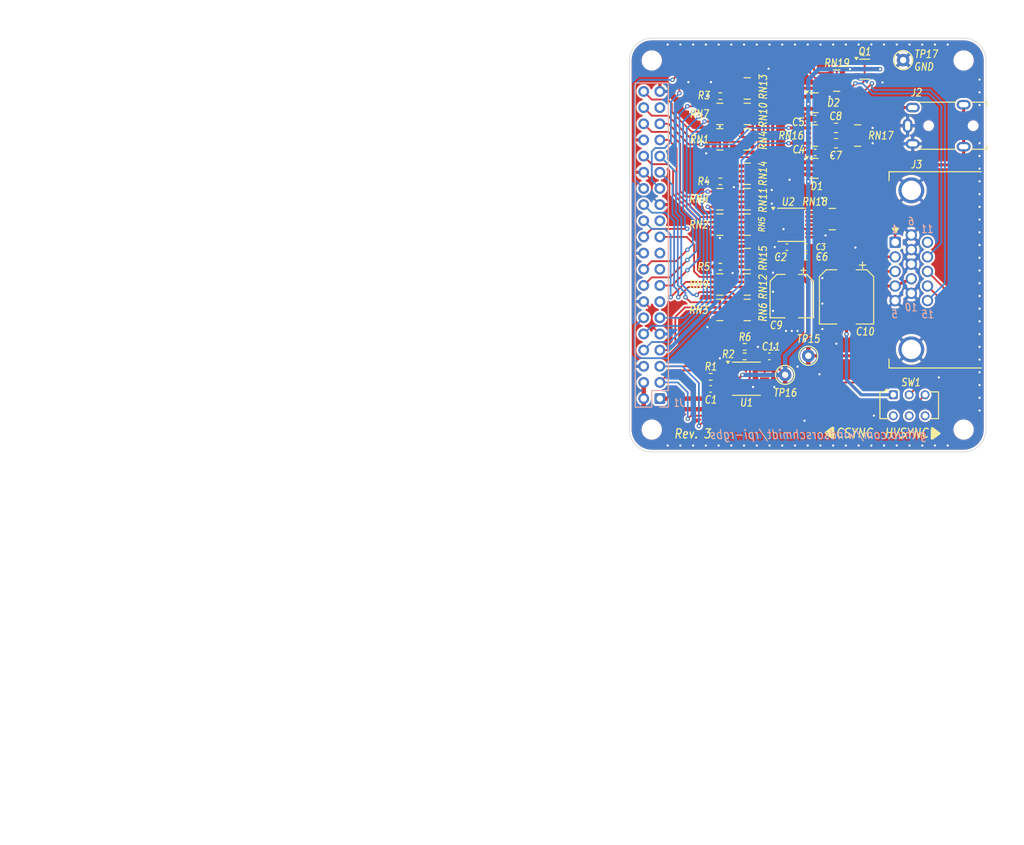
<source format=kicad_pcb>
(kicad_pcb (version 20241229) (generator "pcbnew") (generator_version "9.0")
  (title_block (title "rpi-rgbs") (date "2025-08-07") (rev "3"))
  (layers (0 "F.Cu" signal) (2 "B.Cu" signal) (13 "F.Paste" user) (15 "B.Paste" user) (5 "F.SilkS" user "F.Silkscreen") (7 "B.SilkS" user "B.Silkscreen") (1 "F.Mask" user) (3 "B.Mask" user) (25 "Edge.Cuts" user))
  (net 0 "")
  (net 1 "Net-(C1-Pad1)")
  (net 2 "GND")
  (net 3 "+5V")
  (net 4 "+3V3")
  (net 5 "/B0")
  (net 6 "/G4")
  (net 7 "/G3")
  (net 8 "/B4")
  (net 9 "/HSYNC")
  (net 10 "/VSYNC")
  (net 12 "/R5")
  (net 13 "/B1")
  (net 14 "/G2")
  (net 15 "/R0")
  (net 16 "/R1")
  (net 17 "/G1")
  (net 18 "/G0")
  (net 19 "/SDA")
  (net 20 "/B5")
  (net 21 "/R2")
  (net 22 "/R4")
  (net 23 "/B3")
  (net 24 "/G5")
  (net 25 "/R3")
  (net 26 "/B2")
  (net 27 "/B_OUT")
  (net 28 "/G_OUT")
  (net 29 "/R_OUT")
  (net 30 "Net-(R1-Pad1)")
  (net 31 "Net-(R2-Pad1)")
  (net 32 "Net-(RN2A-R1.2)")
  (net 33 "Net-(U2-CH4_OUT)")
  (net 34 "Net-(U2-CH2_OUT)")
  (net 35 "Net-(U2-CH1_OUT)")
  (net 36 "Net-(U2-CH3_OUT)")
  (net 41 "/S_OUT")
  (net 42 "/S")
  (net 43 "/R")
  (net 44 "/G")
  (net 45 "/B")
  (net 46 "Net-(RN10C-R3.2)")
  (net 47 "Net-(RN1B-R2.2)")
  (net 50 "Net-(RN1A-R1.2)")
  (net 55 "Net-(RN3B-R2.2)")
  (net 56 "Net-(RN3A-R1.2)")
  (net 57 "Net-(RN12C-R3.2)")
  (net 64 "Net-(RN2B-R2.2)")
  (net 67 "Net-(RN11C-R3.2)")
  (net 72 "/LEFT_OUT")
  (net 73 "/RIGHT_OUT")
  (net 78 "/LEFT")
  (net 79 "/RIGHT")
  (net 81 "Net-(RN16D-R4.2)")
  (net 82 "Net-(RN16A-R1.2)")
  (net 83 "/SCL")
  (net 85 "/SDA_5V")
  (net 86 "/SCL_5V")
  (net 88 "Net-(RN10A-R1.1)")
  (net 89 "Net-(RN10A-R1.2)")
  (net 90 "Net-(RN11A-R1.2)")
  (net 91 "Net-(RN11A-R1.1)")
  (net 92 "Net-(RN12A-R1.1)")
  (net 93 "Net-(RN12A-R1.2)")
  (net 98 "/CSYNC")
  (net 99 "/SW_50HZ")
  (net 101 "/SW_31KHZ")
  (net 103 "Net-(SW1A-B)")
  (footprint "Capacitor_SMD:C_0603_1608Metric" (layer "F.Cu") (at 149.405 81.58 180)
    (property "Reference" "C4")
    (property "Value" "2.7n")
  )
  (footprint "Resistor_SMD:R_Array_Convex_4x0603" (layer "F.Cu") (at 134.43 75.53)
    (property "Reference" "RN7")
    (property "Value" "10k")
  )
  (footprint "Capacitor_SMD:CP_Elec_6.3x5.9" (layer "F.Cu") (at 145.73 104.155 -90)
    (property "Reference" "C9")
    (property "Value" "47u")
  )
  (footprint "Capacitor_SMD:C_0603_1608Metric" (layer "F.Cu") (at 142.205 113.63)
    (property "Reference" "C11")
    (property "Value" "100n")
  )
  (footprint "Resistor_SMD:R_0603_1608Metric" (layer "F.Cu") (at 138.33 112.13)
    (property "Reference" "R6")
    (property "Value" "1.15k")
  )
  (footprint "win:Connector_Amphenol_L77HDE15SD1CH4FVGA" (layer "F.Cu") (at 164.51 100.03 90)
    (property "Reference" "J3")
    (property "Value" "HD15-SN-25")
  )
  (footprint "Package_TO_SOT_SMD:SOT-23" (layer "F.Cu") (at 149.2425 84.08)
    (property "Reference" "D1")
    (property "Value" "BAV99LT1G")
  )
  (footprint "Resistor_SMD:R_Array_Convex_4x0603" (layer "F.Cu") (at 134.43 102.33)
    (property "Reference" "RN9")
    (property "Value" "10k")
  )
  (footprint "Resistor_SMD:R_0603_1608Metric" (layer "F.Cu") (at 138.33 113.63 180)
    (property "Reference" "R2")
    (property "Value" "10k")
  )
  (footprint "MountingHole:MountingHole_2.7mm_M2.5" (layer "F.Cu") (at 123.73 67.13)
    (property "Reference" "H1" (hide yes))
    (property "Value" "M2.5")
  )
  (footprint "Capacitor_SMD:C_0603_1608Metric" (layer "F.Cu") (at 149.405 76.28 180)
    (property "Reference" "C5")
    (property "Value" "2.7n")
  )
  (footprint "Capacitor_SMD:C_0603_1608Metric" (layer "F.Cu") (at 147.955 96.455 180)
    (property "Reference" "C3")
    (property "Value" "1u")
  )
  (footprint "Resistor_SMD:R_Array_Convex_4x0603" (layer "F.Cu") (at 134.43 106.33)
    (property "Reference" "RN3")
    (property "Value" "10k")
  )
  (footprint "Resistor_SMD:R_Array_Convex_4x0603" (layer "F.Cu") (at 134.43 88.93)
    (property "Reference" "RN8")
    (property "Value" "10k")
  )
  (footprint "win:Artwork_Pin_Marker" (layer "F.Cu") (at 168.33 125.73 90)
    (property "Reference" "G***" (hide yes))
    (property "Value" "Artwork_Pin_Marker" (hide yes))
  )
  (footprint "Resistor_SMD:R_Array_Convex_4x0603" (layer "F.Cu") (at 152.08 92.055)
    (property "Reference" "RN18")
    (property "Value" "75")
  )
  (footprint "Resistor_SMD:R_Array_Convex_4x0603" (layer "F.Cu") (at 138.73 79.53)
    (property "Reference" "RN4")
    (property "Value" "10k")
  )
  (footprint "Resistor_SMD:R_Array_Convex_4x0603" (layer "F.Cu") (at 138.73 92.93)
    (property "Reference" "RN5")
    (property "Value" "10k")
  )
  (footprint "Resistor_SMD:R_0603_1608Metric" (layer "F.Cu") (at 134.505 86.13 180)
    (property "Reference" "R4")
    (property "Value" "1.37k")
  )
  (footprint "Resistor_SMD:R_0603_1608Metric" (layer "F.Cu") (at 134.505 72.73 180)
    (property "Reference" "R3")
    (property "Value" "1.37k")
  )
  (footprint "Capacitor_SMD:C_0603_1608Metric" (layer "F.Cu") (at 132.98 118.73)
    (property "Reference" "C1")
    (property "Value" "330p")
  )
  (footprint "win:Jack_3.5mm_Tensility_54-00174" (layer "F.Cu") (at 171.73 77.38 180)
    (property "Reference" "J2")
    (property "Value" "54-00174")
  )
  (footprint "Capacitor_SMD:C_0603_1608Metric" (layer "F.Cu") (at 147.955 97.955)
    (property "Reference" "C6")
    (property "Value" "100n")
  )
  (footprint "Resistor_SMD:R_Array_Convex_4x0603" (layer "F.Cu") (at 134.43 92.93)
    (property "Reference" "RN2")
    (property "Value" "10k")
  )
  (footprint "MountingHole:MountingHole_2.7mm_M2.5" (layer "F.Cu") (at 123.73 125.13)
    (property "Reference" "H2" (hide yes))
    (property "Value" "M2.5")
  )
  (footprint "Resistor_SMD:R_Array_Convex_4x0603" (layer "F.Cu") (at 149.28 78.93)
    (property "Reference" "RN16")
    (property "Value" "1.69k")
  )
  (footprint "Resistor_SMD:R_Array_Convex_4x0603" (layer "F.Cu") (at 138.73 84.93)
    (property "Reference" "RN14")
    (property "Value" "10k")
  )
  (footprint "Resistor_SMD:R_0603_1608Metric" (layer "F.Cu") (at 134.505 99.53 180)
    (property "Reference" "R5")
    (property "Value" "1.37k")
  )
  (footprint "Resistor_SMD:R_Array_Convex_4x0603" (layer "F.Cu") (at 152.78 70.29402 180)
    (property "Reference" "RN19")
    (property "Value" "3.9k")
  )
  (footprint "Package_SO:TSSOP-14_4.4x5mm_P0.65mm" (layer "F.Cu") (at 138.605 117.13)
    (property "Reference" "U1")
    (property "Value" "SN74HCS86PWR")
  )
  (footprint "Package_TO_SOT_SMD:SOT-23-6" (layer "F.Cu") (at 157.18 68.49402)
    (property "Reference" "Q1")
    (property "Value" "DMN2004DMK-7")
  )
  (footprint "Resistor_SMD:R_Array_Convex_4x0603" (layer "F.Cu") (at 134.43 79.53)
    (property "Reference" "RN1")
    (property "Value" "10k")
  )
  (footprint "TestPoint:TestPoint_Loop_D1.80mm_Drill1.0mm_Beaded" (layer "F.Cu") (at 163.23 67.08)
    (property "Reference" "TP17")
    (property "Value" "GND")
  )
  (footprint "Resistor_SMD:R_Array_Convex_4x0603" (layer "F.Cu") (at 138.73 106.33)
    (property "Reference" "RN6")
    (property "Value" "10k")
  )
  (footprint "Resistor_SMD:R_Array_Convex_4x0603" (layer "F.Cu") (at 138.73 71.53)
    (property "Reference" "RN13")
    (property "Value" "10k")
  )
  (footprint "Package_TO_SOT_SMD:SOT-23" (layer "F.Cu") (at 149.2425 73.78)
    (property "Reference" "D2")
    (property "Value" "BAV99LT1G")
  )
  (footprint "Resistor_SMD:R_0603_1608Metric" (layer "F.Cu") (at 132.98 116.83 180)
    (property "Reference" "R1")
    (property "Value" "1.37k")
  )
  (footprint "Capacitor_SMD:C_0603_1608Metric" (layer "F.Cu") (at 144.955 96.455 180)
    (property "Reference" "C2")
    (property "Value" "10n")
  )
  (footprint "Capacitor_SMD:C_0805_2012Metric" (layer "F.Cu") (at 152.68 77.73)
    (property "Reference" "C8")
    (property "Value" "3.3u")
  )
  (footprint "win:SW_CK_JS202011CQN_DPDT_Straight" (layer "F.Cu") (at 161.68 119.6525)
    (property "Reference" "SW1")
    (property "Value" "JS202011CQN")
  )
  (footprint "Resistor_SMD:R_Array_Convex_4x0603" (layer "F.Cu") (at 138.73 102.33)
    (property "Reference" "RN12")
    (property "Value" "10k")
  )
  (footprint "Capacitor_SMD:CP_Elec_8x6.2" (layer "F.Cu") (at 154.33 104.28 -90)
    (property "Reference" "C10")
    (property "Value" "220u")
  )
  (footprint "Resistor_SMD:R_Array_Convex_4x0603" (layer "F.Cu") (at 138.73 98.33)
    (property "Reference" "RN15")
    (property "Value" "10k")
  )
  (footprint "MountingHole:MountingHole_2.7mm_M2.5" (layer "F.Cu") (at 172.73 125.13)
    (property "Reference" "H4" (hide yes))
    (property "Value" "M2.5")
  )
  (footprint "win:Artwork_Pin_Marker" (layer "F.Cu") (at 151.63 125.63 -90)
    (property "Reference" "G***" (hide yes))
    (property "Value" "Artwork_Pin_Marker" (hide yes))
  )
  (footprint "Resistor_SMD:R_Array_Convex_4x0603" (layer "F.Cu") (at 138.73 88.93)
    (property "Reference" "RN11")
    (property "Value" "10k")
  )
  (footprint "MountingHole:MountingHole_2.7mm_M2.5" (layer "F.Cu") (at 172.73 67.13)
    (property "Reference" "H3" (hide yes))
    (property "Value" "M2.5")
  )
  (footprint "Resistor_SMD:R_Array_Convex_4x0603" (layer "F.Cu") (at 156.08 78.93)
    (property "Reference" "RN17")
    (property "Value" "10k")
  )
  (footprint "Resistor_SMD:R_Array_Convex_4x0603" (layer "F.Cu") (at 138.73 75.53)
    (property "Reference" "RN10")
    (property "Value" "10k")
  )
  (footprint "Capacitor_SMD:C_0805_2012Metric" (layer "F.Cu") (at 152.68 80.13)
    (property "Reference" "C7")
    (property "Value" "3.3u")
  )
  (footprint "Package_SO:TSSOP-14_4.4x5mm_P0.65mm" (layer "F.Cu") (at 145.7175 92.955)
    (property "Reference" "U2")
    (property "Value" "THS7374")
  )
  (footprint "TestPoint:TestPoint_Loop_D1.80mm_Drill1.0mm_Beaded" (layer "F.Cu") (at 144.68 116.53)
    (property "Reference" "TP16")
    (property "Value" "+3V3")
  )
  (footprint "TestPoint:TestPoint_Loop_D1.80mm_Drill1.0mm_Beaded" (layer "F.Cu") (at 148.33 113.53)
    (property "Reference" "TP15")
    (property "Value" "+5V")
  )
  (footprint "Connector_PinSocket_2.54mm:PinSocket_2x20_P2.54mm_Vertical" (layer "B.Cu") (at 125 120.26)
    (property "Reference" "J1")
    (property "Value" "Raspberry_Pi_2_3")
  )
  (gr_arc (start 120.23 67.13) (mid 121.255126 64.655126) (end 123.73 63.63) (stroke (width 0.1)) (layer "Edge.Cuts"))
  (gr_line (start 172.73 128.63) (end 123.73 128.63) (stroke (width 0.1)) (layer "Edge.Cuts"))
  (gr_line (start 120.23 125.13) (end 120.23 67.13) (stroke (width 0.1)) (layer "Edge.Cuts"))
  (gr_line (start 123.73 63.63) (end 172.73 63.63) (stroke (width 0.1)) (layer "Edge.Cuts"))
  (gr_arc (start 123.73 128.63) (mid 121.255126 127.604874) (end 120.23 125.13) (stroke (width 0.1)) (layer "Edge.Cuts"))
  (gr_arc (start 176.23 125.13) (mid 175.204874 127.604874) (end 172.73 128.63) (stroke (width 0.1)) (layer "Edge.Cuts"))
  (gr_line (start 176.23 67.13) (end 176.23 125.13) (stroke (width 0.1)) (layer "Edge.Cuts"))
  (gr_arc (start 172.73 63.63) (mid 175.204874 64.655126) (end 176.23 67.13) (stroke (width 0.1)) (layer "Edge.Cuts"))
  (gr_text "TINY RAZOR CLAWS" (at 153.03 126.93 0) (layer "B.Cu" knockout) (effects (font (size 1.2 1.2) (thickness 0.2) (bold yes) (italic yes)) (justify left bottom mirror)))
  (gr_text "WPS2025" (at 167.13 126.93 0) (layer "B.Cu" knockout) (effects (font (size 1.2 1.2) (thickness 0.2) (bold yes) (italic yes)) (justify left bottom mirror)))
  (gr_text "Rev. ${REVISION}" (at 127.13 126.63 0) (layer "F.SilkS") (effects (font (size 1.44 1.2) (thickness 0.2) (bold yes) (italic yes)) (justify left bottom)))
  (gr_text "CSYNC  HVSYNC" (at 152.53 126.53 0) (layer "F.SilkS") (effects (font (size 1.44 1.2) (thickness 0.2) (bold yes) (italic yes)) (justify left bottom)))
  (gr_text "GND" (at 164.83 68.83 0) (layer "F.SilkS") (effects (font (size 1.2 1) (thickness 0.18) (bold yes) (italic yes)) (justify left bottom)))
  (gr_text "11" (at 167.03 94.33 0) (layer "B.SilkS") (effects (font (size 1.2 1) (thickness 0.18) (bold yes) (italic yes)) (justify bottom mirror)))
  (gr_text "6" (at 164.53 93.13 0) (layer "B.SilkS") (effects (font (size 1.2 1) (thickness 0.18) (bold yes) (italic yes)) (justify bottom mirror)))
  (gr_text "15" (at 167.13 107.73 0) (layer "B.SilkS") (effects (font (size 1.2 1) (thickness 0.18) (bold yes) (italic yes)) (justify bottom mirror)))
  (gr_text "1" (at 161.93 94.33 0) (layer "B.SilkS") (effects (font (size 1.2 1) (thickness 0.18) (bold yes) (italic yes)) (justify bottom mirror)))
  (gr_text "5" (at 161.93 107.73 0) (layer "B.SilkS") (effects (font (size 1.2 1) (thickness 0.18) (bold yes) (italic yes)) (justify bottom mirror)))
  (gr_text "10" (at 164.53 106.63 0) (layer "B.SilkS") (effects (font (size 1.2 1) (thickness 0.18) (bold yes) (italic yes)) (justify bottom mirror)))
  (gr_text "github.com/windsorschmidt/rpi-rgbs" (at 167.03 126.73 0) (layer "B.SilkS") (effects (font (size 1.44 1.2) (thickness 0.18) (bold yes) (italic yes)) (justify left bottom mirror)))
  (segment (start 132.205 118.73) (end 132.155 118.68) (width 0.28) (layer "F.Cu") (net 1))
  (segment (start 132.155 118.68) (end 132.155 116.83) (width 0.28) (layer "F.Cu") (net 1))
  (segment (start 132.155 117.78) (end 135.7425 117.78) (width 0.28) (layer "F.Cu") (net 1))
  (segment (start 140.08 116.73) (end 140.33 116.48) (width 0.28) (layer "F.Cu") (net 2))
  (segment (start 140.08 117.53) (end 140.08 116.73) (width 0.28) (layer "F.Cu") (net 2))
  (segment (start 149.955 96.08) (end 149.58 96.455) (width 0.28) (layer "F.Cu") (net 2))
  (segment (start 141.4675 118.43) (end 142.98 118.43) (width 0.28) (layer "F.Cu") (net 2))
  (segment (start 146.63 109.63) (end 145.73 109.63) (width 0.4) (layer "F.Cu") (net 2))
  (segment (start 148.58 94.255) (end 149.58 94.255) (width 0.28) (layer "F.Cu") (net 2))
  (segment (start 138.98 119.08) (end 139.63 118.43) (width 0.28) (layer "F.Cu") (net 2))
  (segment (start 134.78 119.08) (end 134.43 118.73) (width 0.28) (layer "F.Cu") (net 2))
  (segment (start 123.73 106.29) (end 122.46 105.02) (width 0.28) (layer "F.Cu") (net 2))
  (segment (start 148.73 97.955) (end 150.03 97.955) (width 0.4) (layer "F.Cu") (net 2))
  (segment (start 145.73 106.955) (end 145.73 109.63) (width 0.4) (layer "F.Cu") (net 2))
  (segment (start 144.43 93.63) (end 144.405 93.605) (width 0.28) (layer "F.Cu") (net 2))
  (segment (start 141.4675 117.78) (end 141.4675 118.43) (width 0.28) (layer "F.Cu") (net 2))
  (segment (start 123.73 85.97) (end 122.46 84.7) (width 0.28) (layer "F.Cu") (net 2))
  (segment (start 140.33 116.48) (end 141.4675 116.48) (width 0.28) (layer "F.Cu") (net 2))
  (segment (start 135.7425 119.08) (end 138.98 119.08) (width 0.28) (layer "F.Cu") (net 2))
  (segment (start 143.055 96.455) (end 144.18 96.455) (width 0.4) (layer "F.Cu") (net 2))
  (segment (start 141.4675 115.83) (end 141.4675 116.48) (width 0.28) (layer "F.Cu") (net 2))
  (segment (start 132.48 106.98) (end 132.73 106.73) (width 0.28) (layer "F.Cu") (net 2))
  (segment (start 149.955 94.63) (end 149.955 96.08) (width 0.28) (layer "F.Cu") (net 2))
  (segment (start 139.63 118.43) (end 141.4675 118.43) (width 0.28) (layer "F.Cu") (net 2))
  (segment (start 139.155 112.13) (end 140.405 112.13) (width 0.4) (layer "F.Cu") (net 2))
  (segment (start 144.18 97.48) (end 144.18 96.455) (width 0.4) (layer "F.Cu") (net 2))
  (segment (start 143.73 97.93) (end 144.18 97.48) (width 0.4) (layer "F.Cu") (net 2))
  (segment (start 132.73 106.73) (end 133.53 106.73) (width 0.28) (layer "F.Cu") (net 2))
  (segment (start 141.4675 117.78) (end 140.33 117.78) (width 0.28) (layer "F.Cu") (net 2))
  (segment (start 144.405 93.605) (end 142.855 93.605) (width 0.28) (layer "F.Cu") (net 2))
  (segment (start 144.83 109.63) (end 145.73 109.63) (width 0.4) (layer "F.Cu") (net 2))
  (segment (start 123.73 88.51) (end 123.73 85.97) (width 0.28) (layer "F.Cu") (net 2))
  (segment (start 135.7425 119.08) (end 134.78 119.08) (width 0.28) (layer "F.Cu") (net 2))
  (segment (start 134.43 118.73) (end 133.755 118.73) (width 0.28) (layer "F.Cu") (net 2))
  (segment (start 144.18 96.455) (end 144.18 94.555) (width 0.28) (layer "F.Cu") (net 2))
  (segment (start 123.73 108.83) (end 123.73 106.29) (width 0.28) (layer "F.Cu") (net 2))
  (segment (start 133.68 72.73) (end 132.43 72.73) (width 0.28) (layer "F.Cu") (net 2))
  (segment (start 148.73 97.955) (end 148.73 96.455) (width 0.23) (layer "F.Cu") (net 2))
  (segment (start 140.33 117.78) (end 140.08 117.53) (width 0.28) (layer "F.Cu") (net 2))
  (segment (start 125 89.78) (end 123.73 88.51) (width 0.28) (layer "F.Cu") (net 2))
  (segment (start 143.88 94.255) (end 142.855 94.255) (width 0.28) (layer "F.Cu") (net 2))
  (segment (start 132.48 109.03) (end 132.48 106.98) (width 0.28) (layer "F.Cu") (net 2))
  (segment (start 149.58 96.455) (end 148.73 96.455) (width 0.28) (layer "F.Cu") (net 2))
  (segment (start 144.18 94.555) (end 143.88 94.255) (width 0.28) (layer "F.Cu") (net 2))
  (segment (start 149.58 94.255) (end 149.955 94.63) (width 0.28) (layer "F.Cu") (net 2))
  (segment (start 142.98 113.63) (end 142.98 112.33) (width 0.4) (layer "F.Cu") (net 2))
  (segment (start 125 110.1) (end 123.73 108.83) (width 0.28) (layer "F.Cu") (net 2))
  (via (at 168.23 127.63) (size 0.7) (drill 0.35) (layers "F.Cu" "B.Cu") (net 2))
  (via (at 154.23 64.63) (size 0.7) (drill 0.35) (layers "F.Cu" "B.Cu") (net 2))
  (via (at 175.23 72.13) (size 0.7) (drill 0.35) (layers "F.Cu" "B.Cu") (net 2))
  (via (at 144.43 93.63) (size 0.7) (drill 0.35) (layers "F.Cu" "B.Cu") (net 2))
  (via (at 156.23 64.63) (size 0.7) (drill 0.35) (layers "F.Cu" "B.Cu") (net 2))
  (via (at 158.23 64.63) (size 0.7) (drill 0.35) (layers "F.Cu" "B.Cu") (net 2))
  (via (at 158.23 127.63) (size 0.7) (drill 0.35) (layers "F.Cu" "B.Cu") (net 2))
  (via (at 164.23 127.63) (size 0.7) (drill 0.35) (layers "F.Cu" "B.Cu") (net 2))
  (via (at 134.23 64.63) (size 0.7) (drill 0.35) (layers "F.Cu" "B.Cu") (net 2))
  (via (at 144.23 127.63) (size 0.7) (drill 0.35) (layers "F.Cu" "B.Cu") (net 2))
  (via (at 166.23 127.63) (size 0.7) (drill 0.35) (layers "F.Cu" "B.Cu") (net 2))
  (via (at 140.405 112.13) (size 0.7) (drill 0.35) (layers "F.Cu" "B.Cu") (net 2))
  (via (at 128.23 127.63) (size 0.7) (drill 0.35) (layers "F.Cu" "B.Cu") (net 2))
  (via (at 136.63 87.03) (size 0.7) (drill 0.35) (layers "F.Cu" "B.Cu") (net 2))
  (via (at 142.08 68.43) (size 0.7) (drill 0.35) (layers "F.Cu" "B.Cu") (net 2))
  (via (at 175.23 110.13) (size 0.7) (drill 0.35) (layers "F.Cu" "B.Cu") (net 2))
  (via (at 138.23 127.63) (size 0.7) (drill 0.35) (layers "F.Cu" "B.Cu") (net 2))
  (via (at 158.43 77.73) (size 0.7) (drill 0.35) (layers "F.Cu" "B.Cu") (net 2))
  (via (at 158.63 122.93) (size 0.7) (drill 0.35) (layers "F.Cu" "B.Cu") (net 2))
  (via (at 175.23 94.13) (size 0.7) (drill 0.35) (layers "F.Cu" "B.Cu") (net 2))
  (via (at 140.23 127.63) (size 0.7) (drill 0.35) (layers "F.Cu" "B.Cu") (net 2))
  (via (at 126.23 127.63) (size 0.7) (drill 0.35) (layers "F.Cu" "B.Cu") (net 2))
  (via (at 132.33 86.13) (size 0.7) (drill 0.35) (layers "F.Cu" "B.Cu") (net 2))
  (via (at 134.23 127.63) (size 0.7) (drill 0.35) (layers "F.Cu" "B.Cu") (net 2))
  (via (at 126.23 64.63) (size 0.7) (drill 0.35) (layers "F.Cu" "B.Cu") (net 2))
  (via (at 142.78 103.48) (size 0.7) (drill 0.35) (layers "F.Cu" "B.Cu") (net 2))
  (via (at 152.73 111.63) (size 0.7) (drill 0.35) (layers "F.Cu" "B.Cu") (net 2))
  (via (at 150.53 109.33) (size 0.7) (drill 0.35) (layers "F.Cu" "B.Cu") (net 2))
  (via (at 145.38 85.88) (size 0.7) (drill 0.35) (layers "F.Cu" "B.Cu") (net 2))
  (via (at 164.23 64.63) (size 0.7) (drill 0.35) (layers "F.Cu" "B.Cu") (net 2))
  (via (at 160.23 127.63) (size 0.7) (drill 0.35) (layers "F.Cu" "B.Cu") (net 2))
  (via (at 175.23 70.13) (size 0.7) (drill 0.35) (layers "F.Cu" "B.Cu") (net 2))
  (via (at 175.23 118.13) (size 0.7) (drill 0.35) (layers "F.Cu" "B.Cu") (net 2))
  (via (at 151.68 72.83) (size 0.7) (drill 0.35) (layers "F.Cu" "B.Cu") (net 2))
  (via (at 146.23 64.63) (size 0.7) (drill 0.35) (layers "F.Cu" "B.Cu") (net 2))
  (via (at 136.23 127.63) (size 0.7) (drill 0.35) (layers "F.Cu" "B.Cu") (net 2))
  (via (at 139.63 118.43) (size 0.7) (drill 0.35) (layers "F.Cu" "B.Cu") (net 2))
  (via (at 130.23 127.63) (size 0.7) (drill 0.35) (layers "F.Cu" "B.Cu") (net 2))
  (via (at 175.23 98.13) (size 0.7) (drill 0.35) (layers "F.Cu" "B.Cu") (net 2))
  (via (at 175.23 74.13) (size 0.7) (drill 0.35) (layers "F.Cu" "B.Cu") (net 2))
  (via (at 150.53 101.33) (size 0.7) (drill 0.35) (layers "F.Cu" "B.Cu") (net 2))
  (via (at 148.23 64.63) (size 0.7) (drill 0.35) (layers "F.Cu" "B.Cu") (net 2))
  (via (at 132.28 81.73) (size 0.7) (drill 0.35) (layers "F.Cu" "B.Cu") (net 2))
  (via (at 134.43 77.53) (size 0.7) (drill 0.35) (layers "F.Cu" "B.Cu") (net 2))
  (via (at 170.23 64.63) (size 0.7) (drill 0.35) (layers "F.Cu" "B.Cu") (net 2))
  (via (at 142.98 112.33) (size 0.7) (drill 0.35) (layers "F.Cu" "B.Cu") (net 2))
  (via (at 150.08 116.43) (size 0.7) (drill 0.35) (layers "F.Cu" "B.Cu") (net 2))
  (via (at 175.23 84.13) (size 0.7) (drill 0.35) (layers "F.Cu" "B.Cu") (net 2))
  (via (at 152.23 127.63) (size 0.7) (drill 0.35) (layers "F.Cu" "B.Cu") (net 2))
  (via (at 175.23 102.13) (size 0.7) (drill 0.35) (layers "F.Cu" "B.Cu") (net 2))
  (via (at 132.43 72.73) (size 0.7) (drill 0.35) (layers "F.Cu" "B.Cu") (net 2))
  (via (at 159.98 70.58) (size 0.7) (drill 0.35) (layers "F.Cu" "B.Cu") (net 2))
  (via (at 146.63 109.63) (size 0.7) (drill 0.35) (layers "F.Cu" "B.Cu") (net 2))
  (via (at 175.23 104.13) (size 0.7) (drill 0.35) (layers "F.Cu" "B.Cu") (net 2))
  (via (at 143.055 96.455) (size 0.7) (drill 0.35) (layers "F.Cu" "B.Cu") (net 2))
  (via (at 142.23 127.63) (size 0.7) (drill 0.35) (layers "F.Cu" "B.Cu") (net 2))
  (via (at 160.23 64.63) (size 0.7) (drill 0.35) (layers "F.Cu" "B.Cu") (net 2))
  (via (at 144.23 64.63) (size 0.7) (drill 0.35) (layers "F.Cu" "B.Cu") (net 2))
  (via (at 132.23 64.63) (size 0.7) (drill 0.35) (layers "F.Cu" "B.Cu") (net 2))
  (via (at 150.53 105.33) (size 0.7) (drill 0.35) (layers "F.Cu" "B.Cu") (net 2))
  (via (at 150.23 64.63) (size 0.7) (drill 0.35) (layers "F.Cu" "B.Cu") (net 2))
  (via (at 145.73 109.63) (size 0.7) (drill 0.35) (layers "F.Cu" "B.Cu") (net 2))
  (via (at 142.78 100.48) (size 0.7) (drill 0.35) (layers "F.Cu" "B.Cu") (net 2))
  (via (at 133.03 70.53) (size 0.7) (drill 0.35) (layers "F.Cu" "B.Cu") (net 2))
  (via (at 175.23 114.13) (size 0.7) (drill 0.35) (layers "F.Cu" "B.Cu") (net 2))
  (via (at 154.23 127.63) (size 0.7) (drill 0.35) (layers "F.Cu" "B.Cu") (net 2))
  (via (at 152.23 64.63) (size 0.7) (drill 0.35) (layers "F.Cu" "B.Cu") (net 2))
  (via (at 151.03 94.63) (size 0.7) (drill 0.35) (layers "F.Cu" "B.Cu") (net 2))
  (via (at 136.43 100.53) (size 0.7) (drill 0.35) (layers "F.Cu" "B.Cu") (net 2))
  (via (at 175.23 86.13) (size 0.7) (drill 0.35) (layers "F.Cu" "B.Cu") (net 2))
  (via (at 142.23 64.63) (size 0.7) (drill 0.35) (layers "F.Cu" "B.Cu") (net 2))
  (via (at 175.23 106.13) (size 0.7) (drill 0.35) (layers "F.Cu" "B.Cu") (net 2))
  (via (at 156.23 127.63) (size 0.7) (drill 0.35) (layers "F.Cu" "B.Cu") (net 2))
  (via (at 158.43 80.13) (size 0.7) (drill 0.35) (layers "F.Cu" "B.Cu") (net 2))
  (via (at 168.83 116.93) (size 0.7) (drill 0.35) (layers "F.Cu" "B.Cu") (net 2))
  (via (at 142.58 89.63) (size 0.7) (drill 0.35) (layers "F.Cu" "B.Cu") (net 2))
  (via (at 175.23 122.13) (size 0.7) (drill 0.35) (layers "F.Cu" "B.Cu") (net 2))
  (via (at 162.23 127.63) (size 0.7) (drill 0.35) (layers "F.Cu" "B.Cu") (net 2))
  (via (at 152.08 82.08) (size 0.7) (drill 0.35) (layers "F.Cu" "B.Cu") (net 2))
  (via (at 175.23 108.13) (size 0.7) (drill 0.35) (layers "F.Cu" "B.Cu") (net 2))
  (via (at 146.23 127.63) (size 0.7) (drill 0.35) (layers "F.Cu" "B.Cu") (net 2))
  (via (at 175.23 116.13) (size 0.7) (drill 0.35) (layers "F.Cu" "B.Cu") (net 2))
  (via (at 175.23 90.13) (size 0.7) (drill 0.35) (layers "F.Cu" "B.Cu") (net 2))
  (via (at 134.43 113.93) (size 0.7) (drill 0.35) (layers "F.Cu" "B.Cu") (net 2))
  (via (at 150.48 88.73) (size 0.7) (drill 0.35) (layers "F.Cu" "B.Cu") (net 2))
  (via (at 175.23 120.13) (size 0.7) (drill 0.35) (layers "F.Cu" "B.Cu") (net 2))
  (via (at 150.03 97.955) (size 0.7) (drill 0.35) (layers "F.Cu" "B.Cu") (net 2))
  (via (at 155.73 96.53) (size 0.7) (drill 0.35) (layers "F.Cu" "B.Cu") (net 2))
  (via (at 148.23 127.63) (size 0.7) (drill 0.35) (layers "F.Cu" "B.Cu") (net 2))
  (via (at 175.23 80.13) (size 0.7) (drill 0.35) (layers "F.Cu" "B.Cu") (net 2))
  (via (at 138.23 64.63) (size 0.7) (drill 0.35) (layers "F.Cu" "B.Cu") (net 2))
  (via (at 162.23 64.63) (size 0.7) (drill 0.35) (layers "F.Cu" "B.Cu") (net 2))
  (via (at 132.23 127.63) (size 0.7) (drill 0.35) (layers "F.Cu" "B.Cu") (net 2))
  (via (at 140.23 64.63) (size 0.7) (drill 0.35) (layers "F.Cu" "B.Cu") (net 2))
  (via (at 130.23 64.63) (size 0.7) (drill 0.35) (layers "F.Cu" "B.Cu") (net 2))
  (via (at 146.93 76.28) (size 0.7) (drill 0.35) (layers "F.Cu" "B.Cu") (net 2))
  (via (at 143.73 97.93) (size 0.7) (drill 0.35) (layers "F.Cu" "B.Cu") (net 2))
  (via (at 142.58 87.48) (size 0.7) (drill 0.35) (layers "F.Cu" "B.Cu") (net 2))
  (via (at 146.63 115.23) (size 0.7) (drill 0.35) (layers "F.Cu" "B.Cu") (net 2))
  (via (at 136.23 64.63) (size 0.7) (drill 0.35) (layers "F.Cu" "B.Cu") (net 2))
  (via (at 175.23 96.13) (size 0.7) (drill 0.35) (layers "F.Cu" "B.Cu") (net 2))
  (via (at 175.23 100.13) (size 0.7) (drill 0.35) (layers "F.Cu" "B.Cu") (net 2))
  (via (at 150.23 127.63) (size 0.7) (drill 0.35) (layers "F.Cu" "B.Cu") (net 2))
  (via (at 132.48 109.03) (size 0.7) (drill 0.35) (layers "F.Cu" "B.Cu") (net 2))
  (via (at 128.23 64.63) (size 0.7) (drill 0.35) (layers "F.Cu" "B.Cu") (net 2))
  (via (at 146.93 81.58) (size 0.7) (drill 0.35) (layers "F.Cu" "B.Cu") (net 2))
  (via (at 147.73 123.73) (size 0.7) (drill 0.35) (layers "F.Cu" "B.Cu") (net 2))
  (via (at 175.23 88.13) (size 0.7) (drill 0.35) (layers "F.Cu" "B.Cu") (net 2))
  (via (at 142.98 118.43) (size 0.7) (drill 0.35) (layers "F.Cu" "B.Cu") (net 2))
  (via (at 144.83 109.63) (size 0.7) (drill 0.35) (layers "F.Cu" "B.Cu") (net 2))
  (via (at 129.48 70.53) (size 0.7) (drill 0.35) (layers "F.Cu" "B.Cu") (net 2))
  (via (at 175.23 112.13) (size 0.7) (drill 0.35) (layers "F.Cu" "B.Cu") (net 2))
  (via (at 175.23 82.13) (size 0.7) (drill 0.35) (layers "F.Cu" "B.Cu") (net 2))
  (via (at 168.23 64.63) (size 0.7) (drill 0.35) (layers "F.Cu" "B.Cu") (net 2))
  (via (at 175.23 92.13) (size 0.7) (drill 0.35) (layers "F.Cu" "B.Cu") (net 2))
  (via (at 142.78 106.48) (size 0.7) (drill 0.35) (layers "F.Cu" "B.Cu") (net 2))
  (via (at 134.43 95.03) (size 0.7) (drill 0.35) (layers "F.Cu" "B.Cu") (net 2))
  (via (at 170.23 127.63) (size 0.7) (drill 0.35) (layers "F.Cu" "B.Cu") (net 2))
  (via (at 166.23 64.63) (size 0.7) (drill 0.35) (layers "F.Cu" "B.Cu") (net 2))
  (segment (start 120.93 97.25) (end 121.08 97.4) (width 0.28) (layer "B.Cu") (net 2))
  (segment (start 120.93 89.23) (end 120.93 97.25) (width 0.28) (layer "B.Cu") (net 2))
  (segment (start 125 89.78) (end 123.73 88.51) (width 0.28) (layer "B.Cu") (net 2))
  (segment (start 123.73 88.51) (end 121.65 88.51) (width 0.28) (layer "B.Cu") (net 2))
  (segment (start 121.65 88.51) (end 120.93 89.23) (width 0.28) (layer "B.Cu") (net 2))
  (segment (start 121.08 97.4) (end 122.46 97.4) (width 0.28) (layer "B.Cu") (net 2))
  (segment (start 147.48 93.605) (end 148.58 93.605) (width 0.32) (layer "F.Cu") (net 3))
  (segment (start 145.73 88.18) (end 145.73 96.455) (width 0.48) (layer "F.Cu") (net 3))
  (segment (start 142.73 73.13) (end 142.73 85.18) (width 0.48) (layer "F.Cu") (net 3))
  (segment (start 151.88 70.69402) (end 151.88 71.49402) (width 0.35) (layer "F.Cu") (net 3))
  (segment (start 148.33 102.13) (end 147.555 101.355) (width 0.7) (layer "F.Cu") (net 3))
  (segment (start 147.18 96.455) (end 145.73 96.455) (width 0.48) (layer "F.Cu") (net 3))
  (segment (start 148.33 102.13) (end 148.33 113.53) (width 0.7) (layer "F.Cu") (net 3))
  (segment (start 122.46 117.72) (end 122.46 120.26) (width 0.7) (layer "F.Cu") (net 3))
  (segment (start 148.33 117.18) (end 148.33 113.53) (width 0.7) (layer "F.Cu") (net 3))
  (segment (start 142.73 85.18) (end 145.73 88.18) (width 0.48) (layer "F.Cu") (net 3))
  (segment (start 159.13 103.73) (end 159.13 111.43) (width 0.48) (layer "F.Cu") (net 3))
  (segment (start 144.36598 71.49402) (end 142.73 73.13) (width 0.48) (layer "F.Cu") (net 3))
  (segment (start 151.88 71.49402) (end 144.36598 71.49402) (width 0.48) (layer "F.Cu") (net 3))
  (segment (start 143.58 121.93) (end 148.33 117.18) (width 0.7) (layer "F.Cu") (net 3))
  (segment (start 122.46 120.26) (end 122.46 121.56) (width 0.7) (layer "F.Cu") (net 3))
  (segment (start 146.155 97.955) (end 147.18 97.955) (width 0.48) (layer "F.Cu") (net 3))
  (segment (start 157.03 113.53) (end 148.33 113.53) (width 0.48) (layer "F.Cu") (net 3))
  (segment (start 147.18 93.905) (end 147.48 93.605) (width 0.32) (layer "F.Cu") (net 3))
  (segment (start 147.18 96.455) (end 147.18 93.905) (width 0.32) (layer "F.Cu") (net 3))
  (segment (start 145.73 101.355) (end 145.73 98.38) (width 0.48) (layer "F.Cu") (net 3))
  (segment (start 147.555 101.355) (end 145.73 101.355) (width 0.7) (layer "F.Cu") (net 3))
  (segment (start 145.73 98.38) (end 146.155 97.955) (width 0.48) (layer "F.Cu") (net 3))
  (segment (start 161.97 102.57) (end 164.51 101.425) (width 0.48) (layer "F.Cu") (net 3))
  (segment (start 161.97 102.57) (end 160.29 102.57) (width 0.48) (layer "F.Cu") (net 3))
  (segment (start 122.83 121.93) (end 143.58 121.93) (width 0.7) (layer "F.Cu") (net 3))
  (segment (start 122.46 121.56) (end 122.83 121.93) (width 0.7) (layer "F.Cu") (net 3))
  (segment (start 160.29 102.57) (end 159.13 103.73) (width 0.48) (layer "F.Cu") (net 3))
  (segment (start 147.18 97.955) (end 147.18 96.455) (width 0.48) (layer "F.Cu") (net 3))
  (segment (start 159.13 111.43) (end 157.03 113.53) (width 0.48) (layer "F.Cu") (net 3))
  (segment (start 148.33 86.13) (end 148.33 85.055) (width 0.5) (layer "F.Cu") (net 4))
  (segment (start 148.33 73.98) (end 148.33 74.705) (width 0.5) (layer "F.Cu") (net 4))
  (segment (start 137.98 116.53) (end 137.38 117.13) (width 0.34) (layer "F.Cu") (net 4))
  (segment (start 141.4675 115.18) (end 143.33 115.18) (width 0.34) (layer "F.Cu") (net 4))
  (segment (start 143.33 115.18) (end 144.68 116.53) (width 0.34) (layer "F.Cu") (net 4))
  (segment (start 153.68 69.09402) (end 153.68 69.89402) (width 0.34) (layer "F.Cu") (net 4))
  (segment (start 158.3175 68.49402) (end 159.61 68.49402) (width 0.34) (layer "F.Cu") (net 4))
  (segment (start 156.0425 68.49402) (end 154.88 68.49402) (width 0.34) (layer "F.Cu") (net 4))
  (segment (start 154.28 68.49402) (end 153.68 69.09402) (width 0.34) (layer "F.Cu") (net 4))
  (segment (start 144.68 118.83) (end 143.25 120.26) (width 0.7) (layer "F.Cu") (net 4))
  (segment (start 154.88 68.49402) (end 154.28 68.49402) (width 0.34) (layer "F.Cu") (net 4))
  (segment (start 137.38 117.13) (end 135.7425 117.13) (width 0.34) (layer "F.Cu") (net 4))
  (segment (start 148.33 85.055) (end 148.305 85.03) (width 0.34) (layer "F.Cu") (net 4))
  (segment (start 148.33 74.705) (end 148.305 74.73) (width 0.5) (layer "F.Cu") (net 4))
  (segment (start 141.43 115.1425) (end 141.4675 115.18) (width 0.34) (layer "F.Cu") (net 4))
  (segment (start 143.25 120.26) (end 125 120.26) (width 0.7) (layer "F.Cu") (net 4))
  (segment (start 141.43 113.63) (end 141.43 115.1425) (width 0.34) (layer "F.Cu") (net 4))
  (segment (start 144.68 116.53) (end 144.68 118.83) (width 0.7) (layer "F.Cu") (net 4))
  (via (at 148.33 86.13) (size 0.7) (drill 0.35) (layers "F.Cu" "B.Cu") (net 4))
  (via (at 148.33 73.98) (size 0.7) (drill 0.35) (layers "F.Cu" "B.Cu") (net 4))
  (via (at 137.98 116.53) (size 0.7) (drill 0.35) (layers "F.Cu" "B.Cu") (net 4))
  (via (at 154.88 68.49402) (size 0.7) (drill 0.35) (layers "F.Cu" "B.Cu") (net 4))
  (via (at 159.61 68.49402) (size 0.7) (drill 0.35) (layers "F.Cu" "B.Cu") (net 4))
  (segment (start 148.33 86.13) (end 148.33 73.98) (width 0.7) (layer "B.Cu") (net 4))
  (segment (start 149.96598 68.49402) (end 154.88 68.49402) (width 0.7) (layer "B.Cu") (net 4))
  (segment (start 148.33 109.93) (end 144.68 113.58) (width 0.7) (layer "B.Cu") (net 4))
  (segment (start 148.33 86.13) (end 148.33 109.93) (width 0.7) (layer "B.Cu") (net 4))
  (segment (start 144.68 113.58) (end 144.68 116.53) (width 0.7) (layer "B.Cu") (net 4))
  (segment (start 148.33 70.13) (end 149.96598 68.49402) (width 0.7) (layer "B.Cu") (net 4))
  (segment (start 137.98 116.53) (end 144.68 116.53) (width 0.7) (layer "B.Cu") (net 4))
  (segment (start 148.33 73.98) (end 148.33 70.13) (width 0.7) (layer "B.Cu") (net 4))
  (segment (start 159.61 68.49402) (end 154.88 68.49402) (width 0.7) (layer "B.Cu") (net 4))
  (segment (start 127.43 111.53) (end 127.43 107.43) (width 0.28) (layer "F.Cu") (net 5))
  (segment (start 127.43 107.43) (end 128.93 105.93) (width 0.28) (layer "F.Cu") (net 5))
  (segment (start 128.93 105.93) (end 133.53 105.93) (width 0.28) (layer "F.Cu") (net 5))
  (segment (start 126.32 112.64) (end 127.43 111.53) (width 0.28) (layer "F.Cu") (net 5))
  (segment (start 125 112.64) (end 126.32 112.64) (width 0.28) (layer "F.Cu") (net 5))
  (segment (start 126.35 78.35) (end 128.2 80.2) (width 0.28) (layer "F.Cu") (net 6))
  (segment (start 123.73 78.35) (end 126.35 78.35) (width 0.28) (layer "F.Cu") (net 6))
  (segment (start 128.2 80.2) (end 128.2 87.66608) (width 0.28) (layer "F.Cu") (net 6))
  (segment (start 128.2 87.66608) (end 129.06392 88.53) (width 0.28) (layer "F.Cu") (net 6))
  (segment (start 129.06392 88.53) (end 133.53 88.53) (width 0.28) (layer "F.Cu") (net 6))
  (segment (start 122.46 77.08) (end 123.73 78.35) (width 0.28) (layer "F.Cu") (net 6))
  (segment (start 133.53 89.33) (end 131.63 89.33) (width 0.28) (layer "F.Cu") (net 7))
  (via (at 131.63 89.33) (size 0.7) (drill 0.35) (layers "F.Cu" "B.Cu") (net 7))
  (segment (start 131.63 90.43) (end 132.42 91.22) (width 0.28) (layer "B.Cu") (net 7))
  (segment (start 123.73 108.83) (end 122.46 110.1) (width 0.28) (layer "B.Cu") (net 7))
  (segment (start 132.42 104.69804) (end 128.28804 108.83) (width 0.28) (layer "B.Cu") (net 7))
  (segment (start 128.28804 108.83) (end 123.73 108.83) (width 0.28) (layer "B.Cu") (net 7))
  (segment (start 131.63 89.33) (end 131.63 90.43) (width 0.28) (layer "B.Cu") (net 7))
  (segment (start 132.42 91.22) (end 132.42 104.69804) (width 0.28) (layer "B.Cu") (net 7))
  (segment (start 126.69 104.33) (end 129.09 101.93) (width 0.28) (layer "F.Cu") (net 8))
  (segment (start 129.09 101.93) (end 133.53 101.93) (width 0.28) (layer "F.Cu") (net 8))
  (via (at 126.69 104.33) (size 0.7) (drill 0.35) (layers "F.Cu" "B.Cu") (net 8))
  (segment (start 123.73 93.59) (end 122.46 92.32) (width 0.28) (layer "B.Cu") (net 8))
  (segment (start 126.69 94.49) (end 125.79 93.59) (width 0.28) (layer "B.Cu") (net 8))
  (segment (start 125.79 93.59) (end 123.73 93.59) (width 0.28) (layer "B.Cu") (net 8))
  (segment (start 126.69 104.33) (end 126.69 94.49) (width 0.28) (layer "B.Cu") (net 8))
  (segment (start 135.7425 115.18) (end 125 115.18) (width 0.28) (layer "F.Cu") (net 9))
  (segment (start 146.832186 121.127814) (end 165.204686 121.127814) (width 0.28) (layer "F.Cu") (net 9))
  (segment (start 131.13 124.58) (end 132.08 123.63) (width 0.28) (layer "F.Cu") (net 9))
  (segment (start 144.33 123.63) (end 146.832186 121.127814) (width 0.28) (layer "F.Cu") (net 9))
  (segment (start 132.08 123.63) (end 144.33 123.63) (width 0.28) (layer "F.Cu") (net 9))
  (segment (start 165.204686 121.127814) (end 166.68 119.6525) (width 0.28) (layer "F.Cu") (net 9))
  (via (at 131.13 124.58) (size 0.7) (drill 0.35) (layers "F.Cu" "B.Cu") (net 9))
  (segment (start 131.13 117.78) (end 128.53 115.18) (width 0.28) (layer "B.Cu") (net 9))
  (segment (start 128.53 115.18) (end 125 115.18) (width 0.28) (layer "B.Cu") (net 9))
  (segment (start 131.13 124.58) (end 131.13 117.78) (width 0.28) (layer "B.Cu") (net 9))
  (segment (start 169.02 104.54) (end 167.05 102.57) (width 0.28) (layer "F.Cu") (net 10))
  (segment (start 135.7425 115.83) (end 126.89 115.83) (width 0.28) (layer "F.Cu") (net 10))
  (segment (start 149.25412 117.73) (end 165.31054 117.73) (width 0.28) (layer "F.Cu") (net 10))
  (segment (start 126.89 115.83) (end 125 117.72) (width 0.28) (layer "F.Cu") (net 10))
  (segment (start 169.02 114.02054) (end 169.02 104.54) (width 0.28) (layer "F.Cu") (net 10))
  (segment (start 129.86 122.95) (end 144.03412 122.95) (width 0.28) (layer "F.Cu") (net 10))
  (segment (start 144.03412 122.95) (end 149.25412 117.73) (width 0.28) (layer "F.Cu") (net 10))
  (segment (start 129.38 123.43) (end 129.86 122.95) (width 0.28) (layer "F.Cu") (net 10))
  (segment (start 165.31054 117.73) (end 169.02 114.02054) (width 0.28) (layer "F.Cu") (net 10))
  (via (at 129.38 123.43) (size 0.7) (drill 0.35) (layers "F.Cu" "B.Cu") (net 10))
  (segment (start 127.82 117.72) (end 125 117.72) (width 0.28) (layer "B.Cu") (net 10))
  (segment (start 129.38 119.28) (end 127.82 117.72) (width 0.28) (layer "B.Cu") (net 10))
  (segment (start 129.38 123.43) (end 129.38 119.28) (width 0.28) (layer "B.Cu") (net 10))
  (segment (start 129.27 93.59) (end 123.73 93.59) (width 0.28) (layer "F.Cu") (net 12))
  (segment (start 123.73 93.59) (end 122.46 94.86) (width 0.28) (layer "F.Cu") (net 12))
  (segment (start 129.33 74.33) (end 133.53 74.33) (width 0.28) (layer "F.Cu") (net 12))
  (segment (start 129.28 93.58) (end 129.27 93.59) (width 0.28) (layer "F.Cu") (net 12))
  (via (at 129.28 93.58) (size 0.7) (drill 0.35) (layers "F.Cu" "B.Cu") (net 12))
  (via (at 129.33 74.33) (size 0.7) (drill 0.35) (layers "F.Cu" "B.Cu") (net 12))
  (segment (start 128.93 93.23) (end 128.93 91.6898) (width 0.28) (layer "B.Cu") (net 12))
  (segment (start 128.1 90.8598) (end 128.1 75.56) (width 0.28) (layer "B.Cu") (net 12))
  (segment (start 128.93 91.6898) (end 128.1 90.8598) (width 0.28) (layer "B.Cu") (net 12))
  (segment (start 129.28 93.58) (end 128.93 93.23) (width 0.28) (layer "B.Cu") (net 12))
  (segment (start 128.1 75.56) (end 129.33 74.33) (width 0.28) (layer "B.Cu") (net 12))
  (segment (start 129.83 105.13) (end 133.53 105.13) (width 0.28) (layer "F.Cu") (net 13))
  (segment (start 129.03 104.33) (end 129.83 105.13) (width 0.28) (layer "F.Cu") (net 13))
  (via (at 129.03 104.33) (size 0.7) (drill 0.35) (layers "F.Cu" "B.Cu") (net 13))
  (segment (start 127.81 102.45196) (end 127.81 92.15372) (width 0.28) (layer "B.Cu") (net 13))
  (segment (start 129.03 103.67196) (end 127.81 102.45196) (width 0.28) (layer "B.Cu") (net 13))
  (segment (start 129.03 104.33) (end 129.03 103.67196) (width 0.28) (layer "B.Cu") (net 13))
  (segment (start 127.81 92.15372) (end 126.98 91.32372) (width 0.28) (layer "B.Cu") (net 13))
  (segment (start 126.98 86.68) (end 125 84.7) (width 0.28) (layer "B.Cu") (net 13))
  (segment (start 126.98 91.32372) (end 126.98 86.68) (width 0.28) (layer "B.Cu") (net 13))
  (segment (start 132.53 90.13) (end 133.53 90.13) (width 0.28) (layer "F.Cu") (net 14))
  (via (at 132.53 90.13) (size 0.7) (drill 0.35) (layers "F.Cu" "B.Cu") (net 14))
  (segment (start 132.98 104.93) (end 126.54 111.37) (width 0.28) (layer "B.Cu") (net 14))
  (segment (start 132.53 90.13) (end 132.98 90.58) (width 0.28) (layer "B.Cu") (net 14))
  (segment (start 126.54 111.37) (end 123.73 111.37) (width 0.28) (layer "B.Cu") (net 14))
  (segment (start 132.98 90.58) (end 132.98 104.93) (width 0.28) (layer "B.Cu") (net 14))
  (segment (start 123.73 111.37) (end 122.46 112.64) (width 0.28) (layer "B.Cu") (net 14))
  (segment (start 122.46 74.54) (end 123.73 75.81) (width 0.28) (layer "F.Cu") (net 15))
  (segment (start 126.26804 75.81) (end 129.58804 79.13) (width 0.28) (layer "F.Cu") (net 15))
  (segment (start 123.73 75.81) (end 126.26804 75.81) (width 0.28) (layer "F.Cu") (net 15))
  (segment (start 129.58804 79.13) (end 133.53 79.13) (width 0.28) (layer "F.Cu") (net 15))
  (segment (start 122.46 72) (end 123.73 73.27) (width 0.28) (layer "F.Cu") (net 16))
  (segment (start 126.22 73.27) (end 126.88 73.93) (width 0.28) (layer "F.Cu") (net 16))
  (segment (start 123.73 73.27) (end 126.22 73.27) (width 0.28) (layer "F.Cu") (net 16))
  (segment (start 126.88 75.23) (end 129.98 78.33) (width 0.28) (layer "F.Cu") (net 16))
  (segment (start 129.98 78.33) (end 133.53 78.33) (width 0.28) (layer "F.Cu") (net 16))
  (segment (start 126.88 73.93) (end 126.88 75.23) (width 0.28) (layer "F.Cu") (net 16))
  (segment (start 125 79.62) (end 126.37 79.62) (width 0.28) (layer "F.Cu") (net 17))
  (segment (start 127.64 87.89804) (end 131.47196 91.73) (width 0.28) (layer "F.Cu") (net 17))
  (segment (start 126.37 79.62) (end 127.64 80.89) (width 0.28) (layer "F.Cu") (net 17))
  (segment (start 131.47196 91.73) (end 133.53 91.73) (width 0.28) (layer "F.Cu") (net 17))
  (segment (start 127.64 80.89) (end 127.64 87.89804) (width 0.28) (layer "F.Cu") (net 17))
  (segment (start 122.46 82.16) (end 123.73 83.43) (width 0.28) (layer "F.Cu") (net 18))
  (segment (start 126.28 83.43) (end 127.08 84.23) (width 0.28) (layer "F.Cu") (net 18))
  (segment (start 127.08 88.13) (end 131.48 92.53) (width 0.28) (layer "F.Cu") (net 18))
  (segment (start 131.48 92.53) (end 133.53 92.53) (width 0.28) (layer "F.Cu") (net 18))
  (segment (start 127.08 84.23) (end 127.08 88.13) (width 0.28) (layer "F.Cu") (net 18))
  (segment (start 123.73 83.43) (end 126.28 83.43) (width 0.28) (layer "F.Cu") (net 18))
  (segment (start 152.78 68.33) (end 152.78 69.68402) (width 0.28) (layer "F.Cu") (net 19))
  (segment (start 153.56598 67.54402) (end 152.78 68.33) (width 0.28) (layer "F.Cu") (net 19))
  (segment (start 128.08 69.87196) (end 128.08 72.28) (width 0.28) (layer "F.Cu") (net 19))
  (segment (start 152.78 69.68402) (end 152.57 69.89402) (width 0.28) (layer "F.Cu") (net 19))
  (segment (start 156.0425 67.54402) (end 153.56598 67.54402) (width 0.28) (layer "F.Cu") (net 19))
  (segment (start 148.63 69.13) (end 148.63 67.63) (width 0.28) (layer "F.Cu") (net 19))
  (segment (start 151.88 69.89402) (end 149.39402 69.89402) (width 0.28) (layer "F.Cu") (net 19))
  (segment (start 148.08 67.08) (end 130.87196 67.08) (width 0.28) (layer "F.Cu") (net 19))
  (segment (start 149.39402 69.89402) (end 148.63 69.13) (width 0.28) (layer "F.Cu") (net 19))
  (segment (start 130.87196 67.08) (end 128.08 69.87196) (width 0.28) (layer "F.Cu") (net 19))
  (segment (start 148.63 67.63) (end 148.08 67.08) (width 0.28) (layer "F.Cu") (net 19))
  (segment (start 152.57 69.89402) (end 151.88 69.89402) (width 0.28) (layer "F.Cu") (net 19))
  (via (at 128.08 72.28) (size 0.7) (drill 0.35) (layers "F.Cu" "B.Cu") (net 19))
  (segment (start 128.08 72.28) (end 126.73 73.63) (width 0.28) (layer "B.Cu") (net 19))
  (segment (start 126.73 79.93) (end 125.77 80.89) (width 0.28) (layer "B.Cu") (net 19))
  (segment (start 123.73 85.97) (end 125 87.24) (width 0.28) (layer "B.Cu") (net 19))
  (segment (start 126.73 73.63) (end 126.73 79.93) (width 0.28) (layer "B.Cu") (net 19))
  (segment (start 123.73 81.43) (end 123.73 85.97) (width 0.28) (layer "B.Cu") (net 19))
  (segment (start 125.77 80.89) (end 124.27 80.89) (width 0.28) (layer "B.Cu") (net 19))
  (segment (start 124.27 80.89) (end 123.73 81.43) (width 0.28) (layer "B.Cu") (net 19))
  (segment (start 129.21 94.86) (end 130.38 96.03) (width 0.28) (layer "F.Cu") (net 20))
  (segment (start 131.23 101.13) (end 133.53 101.13) (width 0.28) (layer "F.Cu") (net 20))
  (segment (start 130.38 100.28) (end 131.23 101.13) (width 0.28) (layer "F.Cu") (net 20))
  (segment (start 125 94.86) (end 129.21 94.86) (width 0.28) (layer "F.Cu") (net 20))
  (segment (start 130.38 96.03) (end 130.38 100.28) (width 0.28) (layer "F.Cu") (net 20))
  (segment (start 132.03 76.73) (end 133.53 76.73) (width 0.28) (layer "F.Cu") (net 21))
  (segment (start 126.93 102.48) (end 125 102.48) (width 0.28) (layer "F.Cu") (net 21))
  (segment (start 129.33 100.08) (end 126.93 102.48) (width 0.28) (layer "F.Cu") (net 21))
  (via (at 132.03 76.73) (size 0.7) (drill 0.35) (layers "F.Cu" "B.Cu") (net 21))
  (via (at 129.33 100.08) (size 0.7) (drill 0.35) (layers "F.Cu" "B.Cu") (net 21))
  (segment (start 129.78 78.98) (end 132.03 76.73) (width 0.28) (layer "B.Cu") (net 21))
  (segment (start 131.3 98.11) (end 131.3 91.68392) (width 0.28) (layer "B.Cu") (net 21))
  (segment (start 129.33 100.08) (end 131.3 98.11) (width 0.28) (layer "B.Cu") (net 21))
  (segment (start 129.78 90.16392) (end 129.78 78.98) (width 0.28) (layer "B.Cu") (net 21))
  (segment (start 131.3 91.68392) (end 129.78 90.16392) (width 0.28) (layer "B.Cu") (net 21))
  (segment (start 130.23 75.13) (end 133.53 75.13) (width 0.28) (layer "F.Cu") (net 22))
  (segment (start 123.73 98.67) (end 122.46 99.94) (width 0.28) (layer "F.Cu") (net 22))
  (segment (start 127.54 98.67) (end 123.73 98.67) (width 0.28) (layer "F.Cu") (net 22))
  (segment (start 129.33 96.88) (end 127.54 98.67) (width 0.28) (layer "F.Cu") (net 22))
  (via (at 130.23 75.13) (size 0.7) (drill 0.35) (layers "F.Cu" "B.Cu") (net 22))
  (via (at 129.33 96.88) (size 0.7) (drill 0.35) (layers "F.Cu" "B.Cu") (net 22))
  (segment (start 130.18 96.03) (end 130.18 92.14784) (width 0.28) (layer "B.Cu") (net 22))
  (segment (start 130.18 92.14784) (end 128.66 90.62784) (width 0.28) (layer "B.Cu") (net 22))
  (segment (start 128.66 76.7) (end 130.23 75.13) (width 0.28) (layer "B.Cu") (net 22))
  (segment (start 129.33 96.88) (end 130.18 96.03) (width 0.28) (layer "B.Cu") (net 22))
  (segment (start 128.66 90.62784) (end 128.66 76.7) (width 0.28) (layer "B.Cu") (net 22))
  (segment (start 129.49 102.73) (end 133.53 102.73) (width 0.28) (layer "F.Cu") (net 23))
  (segment (start 127.89 104.33) (end 129.49 102.73) (width 0.28) (layer "F.Cu") (net 23))
  (via (at 127.89 104.33) (size 0.7) (drill 0.35) (layers "F.Cu" "B.Cu") (net 23))
  (segment (start 127.25 102.68392) (end 127.25 92.38568) (width 0.28) (layer "B.Cu") (net 23))
  (segment (start 127.89 103.32392) (end 127.25 102.68392) (width 0.28) (layer "B.Cu") (net 23))
  (segment (start 123.73 91.05) (end 122.46 89.78) (width 0.28) (layer "B.Cu") (net 23))
  (segment (start 125.91432 91.05) (end 123.73 91.05) (width 0.28) (layer "B.Cu") (net 23))
  (segment (start 127.89 104.33) (end 127.89 103.32392) (width 0.28) (layer "B.Cu") (net 23))
  (segment (start 127.25 92.38568) (end 125.91432 91.05) (width 0.28) (layer "B.Cu") (net 23))
  (segment (start 132.53 87.73) (end 133.53 87.73) (width 0.28) (layer "F.Cu") (net 24))
  (via (at 132.53 87.73) (size 0.7) (drill 0.35) (layers "F.Cu" "B.Cu") (net 24))
  (segment (start 131.53 87.73) (end 130.68 88.58) (width 0.28) (layer "B.Cu") (net 24))
  (segment (start 130.68 90.27196) (end 131.86 91.45196) (width 0.28) (layer "B.Cu") (net 24))
  (segment (start 130.68 88.58) (end 130.68 90.27196) (width 0.28) (layer "B.Cu") (net 24))
  (segment (start 131.86 104.46608) (end 128.76608 107.56) (width 0.28) (layer "B.Cu") (net 24))
  (segment (start 131.86 91.45196) (end 131.86 104.46608) (width 0.28) (layer "B.Cu") (net 24))
  (segment (start 128.76608 107.56) (end 125 107.56) (width 0.28) (layer "B.Cu") (net 24))
  (segment (start 132.53 87.73) (end 131.53 87.73) (width 0.28) (layer "B.Cu") (net 24))
  (segment (start 126.6 101.21) (end 123.73 101.21) (width 0.28) (layer "F.Cu") (net 25))
  (segment (start 129.33 98.48) (end 126.6 101.21) (width 0.28) (layer "F.Cu") (net 25))
  (segment (start 123.73 101.21) (end 122.46 102.48) (width 0.28) (layer "F.Cu") (net 25))
  (segment (start 131.13 75.93) (end 133.53 75.93) (width 0.28) (layer "F.Cu") (net 25))
  (via (at 129.33 98.48) (size 0.7) (drill 0.35) (layers "F.Cu" "B.Cu") (net 25))
  (via (at 131.13 75.93) (size 0.7) (drill 0.35) (layers "F.Cu" "B.Cu") (net 25))
  (segment (start 129.33 98.48) (end 130.74 97.07) (width 0.28) (layer "B.Cu") (net 25))
  (segment (start 130.74 91.91588) (end 129.22 90.39588) (width 0.28) (layer "B.Cu") (net 25))
  (segment (start 130.74 97.07) (end 130.74 91.91588) (width 0.28) (layer "B.Cu") (net 25))
  (segment (start 129.22 77.84) (end 131.13 75.93) (width 0.28) (layer "B.Cu") (net 25))
  (segment (start 129.22 90.39588) (end 129.22 77.84) (width 0.28) (layer "B.Cu") (net 25))
  (segment (start 130.78 103.98) (end 131.23 103.53) (width 0.28) (layer "F.Cu") (net 26))
  (segment (start 131.23 103.53) (end 133.53 103.53) (width 0.28) (layer "F.Cu") (net 26))
  (via (at 130.78 103.98) (size 0.7) (drill 0.35) (layers "F.Cu" "B.Cu") (net 26))
  (segment (start 128.37 102.22) (end 128.37 91.92176) (width 0.28) (layer "B.Cu") (net 26))
  (segment (start 127.54 84.7) (end 125 82.16) (width 0.28) (layer "B.Cu") (net 26))
  (segment (start 128.37 91.92176) (end 127.54 91.09176) (width 0.28) (layer "B.Cu") (net 26))
  (segment (start 130.13 103.98) (end 128.37 102.22) (width 0.28) (layer "B.Cu") (net 26))
  (segment (start 130.78 103.98) (end 130.13 103.98) (width 0.28) (layer "B.Cu") (net 26))
  (segment (start 127.54 91.09176) (end 127.54 84.7) (width 0.28) (layer "B.Cu") (net 26))
  (segment (start 156.155 92.455) (end 157.73 94.03) (width 0.4) (layer "F.Cu") (net 27))
  (segment (start 157.73 98.83) (end 159.18 100.28) (width 0.4) (layer "F.Cu") (net 27))
  (segment (start 159.18 100.28) (end 161.97 100.28) (width 0.4) (layer "F.Cu") (net 27))
  (segment (start 157.73 94.03) (end 157.73 98.83) (width 0.4) (layer "F.Cu") (net 27))
  (segment (start 152.98 92.455) (end 156.155 92.455) (width 0.4) (layer "F.Cu") (net 27))
  (segment (start 158.93 97.03) (end 159.89 97.99) (width 0.4) (layer "F.Cu") (net 28))
  (segment (start 157.155 91.655) (end 158.93 93.43) (width 0.4) (layer "F.Cu") (net 28))
  (segment (start 152.98 91.655) (end 157.155 91.655) (width 0.4) (layer "F.Cu") (net 28))
  (segment (start 159.89 97.99) (end 161.97 97.99) (width 0.4) (layer "F.Cu") (net 28))
  (segment (start 158.93 93.43) (end 158.93 97.03) (width 0.4) (layer "F.Cu") (net 28))
  (segment (start 160.255 90.855) (end 161.97 92.57) (width 0.4) (layer "F.Cu") (net 29))
  (segment (start 161.97 92.57) (end 161.97 95.7) (width 0.4) (layer "F.Cu") (net 29))
  (segment (start 152.98 90.855) (end 160.255 90.855) (width 0.4) (layer "F.Cu") (net 29))
  (segment (start 134.43 116.83) (end 133.805 116.83) (width 0.28) (layer "F.Cu") (net 30))
  (segment (start 135.7425 116.48) (end 134.78 116.48) (width 0.28) (layer "F.Cu") (net 30))
  (segment (start 134.78 116.48) (end 134.43 116.83) (width 0.28) (layer "F.Cu") (net 30))
  (segment (start 139.155 113.63) (end 139.155 117.005) (width 0.28) (layer "F.Cu") (net 31))
  (segment (start 137.73 118.43) (end 135.7425 118.43) (width 0.28) (layer "F.Cu") (net 31))
  (segment (start 139.155 117.005) (end 137.73 118.43) (width 0.28) (layer "F.Cu") (net 31))
  (segment (start 137.805 91.73) (end 137.805 92.53) (width 0.28) (layer "F.Cu") (net 32))
  (segment (start 138.73 93.13) (end 138.93 93.33) (width 0.28) (layer "F.Cu") (net 32))
  (segment (start 137.805 92.53) (end 138.53 92.53) (width 0.28) (layer "F.Cu") (net 32))
  (segment (start 135.305 91.73) (end 137.805 91.73) (width 0.28) (layer "F.Cu") (net 32))
  (segment (start 138.73 92.73) (end 138.73 93.13) (width 0.28) (layer "F.Cu") (net 32))
  (segment (start 138.53 92.53) (end 138.73 92.73) (width 0.28) (layer "F.Cu") (net 32))
  (segment (start 139.605 93.33) (end 139.605 94.13) (width 0.28) (layer "F.Cu") (net 32))
  (segment (start 138.93 93.33) (end 139.605 93.33) (width 0.28) (layer "F.Cu") (net 32))
  (segment (start 148.58 92.955) (end 150.21304 92.955) (width 0.28) (layer "F.Cu") (net 33))
  (segment (start 150.51304 93.255) (end 151.18 93.255) (width 0.28) (layer "F.Cu") (net 33))
  (segment (start 150.21304 92.955) (end 150.51304 93.255) (width 0.28) (layer "F.Cu") (net 33))
  (segment (start 148.58 91.655) (end 151.18 91.655) (width 0.28) (layer "F.Cu") (net 34))
  (segment (start 150.555 90.855) (end 151.18 90.855) (width 0.28) (layer "F.Cu") (net 35))
  (segment (start 148.58 91.005) (end 150.405 91.005) (width 0.28) (layer "F.Cu") (net 35))
  (segment (start 150.405 91.005) (end 150.555 90.855) (width 0.28) (layer "F.Cu") (net 35))
  (segment (start 148.58 92.305) (end 150.355 92.305) (width 0.28) (layer "F.Cu") (net 36))
  (segment (start 150.355 92.305) (end 150.505 92.455) (width 0.28) (layer "F.Cu") (net 36))
  (segment (start 150.505 92.455) (end 151.18 92.455) (width 0.28) (layer "F.Cu") (net 36))
  (segment (start 154.33 97.505) (end 154.33 101.23) (width 0.4) (layer "F.Cu") (net 41))
  (segment (start 152.98 96.155) (end 154.33 97.505) (width 0.4) (layer "F.Cu") (net 41))
  (segment (start 152.98 93.255) (end 152.98 96.155) (width 0.4) (layer "F.Cu") (net 41))
  (segment (start 141.72196 92.955) (end 143.03 92.955) (width 0.28) (layer "F.Cu") (net 42))
  (segment (start 141.305 108.755) (end 141.305 93.37196) (width 0.28) (layer "F.Cu") (net 42))
  (segment (start 138.13 110.13) (end 139.93 110.13) (width 0.28) (layer "F.Cu") (net 42))
  (segment (start 137.505 112.13) (end 137.505 110.755) (width 0.28) (layer "F.Cu") (net 42))
  (segment (start 137.505 113.63) (end 137.505 112.13) (width 0.28) (layer "F.Cu") (net 42))
  (segment (start 139.93 110.13) (end 141.305 108.755) (width 0.28) (layer "F.Cu") (net 42))
  (segment (start 141.305 93.37196) (end 141.72196 92.955) (width 0.28) (layer "F.Cu") (net 42))
  (segment (start 137.505 110.755) (end 138.13 110.13) (width 0.28) (layer "F.Cu") (net 42))
  (segment (start 135.33 74.33) (end 135.33 72.73) (width 0.28) (layer "F.Cu") (net 43))
  (segment (start 141.33 90.555) (end 141.33 69.805) (width 0.28) (layer "F.Cu") (net 43))
  (segment (start 141.78 91.005) (end 141.33 90.555) (width 0.28) (layer "F.Cu") (net 43))
  (segment (start 143.03 91.005) (end 141.78 91.005) (width 0.28) (layer "F.Cu") (net 43))
  (segment (start 137.83 71.93) (end 137.83 72.73) (width 0.28) (layer "F.Cu") (net 43))
  (segment (start 135.33 72.73) (end 135.33 70.13) (width 0.28) (layer "F.Cu") (net 43))
  (segment (start 140.455 68.93) (end 136.53 68.93) (width 0.28) (layer "F.Cu") (net 43))
  (segment (start 141.33 69.805) (end 140.455 68.93) (width 0.28) (layer "F.Cu") (net 43))
  (segment (start 135.33 72.73) (end 137.83 72.73) (width 0.28) (layer "F.Cu") (net 43))
  (segment (start 136.53 68.93) (end 135.33 70.13) (width 0.28) (layer "F.Cu") (net 43))
  (segment (start 140.18 82.33) (end 136.53 82.33) (width 0.28) (layer "F.Cu") (net 44))
  (segment (start 135.305 86.13) (end 137.805 86.13) (width 0.28) (layer "F.Cu") (net 44))
  (segment (start 136.53 82.33) (end 135.33 83.53) (width 0.28) (layer "F.Cu") (net 44))
  (segment (start 140.77 90.78696) (end 140.77 82.92) (width 0.28) (layer "F.Cu") (net 44))
  (segment (start 143.03 91.655) (end 141.63804 91.655) (width 0.28) (layer "F.Cu") (net 44))
  (segment (start 140.77 82.92) (end 140.18 82.33) (width 0.28) (layer "F.Cu") (net 44))
  (segment (start 141.63804 91.655) (end 140.77 90.78696) (width 0.28) (layer "F.Cu") (net 44))
  (segment (start 135.305 87.73) (end 135.305 86.13) (width 0.28) (layer "F.Cu") (net 44))
  (segment (start 135.305 86.13) (end 135.305 83.53) (width 0.28) (layer "F.Cu") (net 44))
  (segment (start 137.805 85.33) (end 137.805 86.13) (width 0.28) (layer "F.Cu") (net 44))
  (segment (start 136.63 95.63) (end 135.33 96.93) (width 0.28) (layer "F.Cu") (net 45))
  (segment (start 140.745 93.14) (end 140.745 95.015) (width 0.28) (layer "F.Cu") (net 45))
  (segment (start 140.13 95.63) (end 136.63 95.63) (width 0.28) (layer "F.Cu") (net 45))
  (segment (start 135.305 101.13) (end 135.305 99.53) (width 0.28) (layer "F.Cu") (net 45))
  (segment (start 137.805 98.73) (end 137.805 99.53) (width 0.28) (layer "F.Cu") (net 45))
  (segment (start 140.745 95.015) (end 140.13 95.63) (width 0.28) (layer "F.Cu") (net 45))
  (segment (start 135.305 99.53) (end 135.305 96.93) (width 0.28) (layer "F.Cu") (net 45))
  (segment (start 141.58 92.305) (end 140.745 93.14) (width 0.28) (layer "F.Cu") (net 45))
  (segment (start 143.03 92.305) (end 141.58 92.305) (width 0.28) (layer "F.Cu") (net 45))
  (segment (start 135.305 99.53) (end 137.805 99.53) (width 0.28) (layer "F.Cu") (net 45))
  (segment (start 139.63 78.33) (end 139.63 76.73) (width 0.28) (layer "F.Cu") (net 46))
  (segment (start 139.63 79.13) (end 139.63 78.33) (width 0.28) (layer "F.Cu") (net 46))
  (segment (start 139.63 75.93) (end 139.63 76.73) (width 0.28) (layer "F.Cu") (net 46))
  (segment (start 139.63 76.73) (end 139.63 77.53) (width 0.28) (layer "F.Cu") (net 46))
  (segment (start 136.23 76.73) (end 135.33 76.73) (width 0.28) (layer "F.Cu") (net 46))
  (segment (start 139.63 77.53) (end 137.03 77.53) (width 0.28) (layer "F.Cu") (net 46))
  (segment (start 137.03 77.53) (end 136.23 76.73) (width 0.28) (layer "F.Cu") (net 46))
  (segment (start 137.83 79.93) (end 135.33 79.93) (width 0.28) (layer "F.Cu") (net 47))
  (segment (start 137.83 79.93) (end 137.83 80.73) (width 0.28) (layer "F.Cu") (net 47))
  (segment (start 135.33 79.93) (end 135.33 79.13) (width 0.28) (layer "F.Cu") (net 47))
  (segment (start 138.705 79.28) (end 138.705 79.78) (width 0.28) (layer "F.Cu") (net 50))
  (segment (start 135.33 78.33) (end 137.83 78.33) (width 0.28) (layer "F.Cu") (net 50))
  (segment (start 137.83 78.33) (end 137.83 79.13) (width 0.28) (layer "F.Cu") (net 50))
  (segment (start 137.83 79.13) (end 138.555 79.13) (width 0.28) (layer "F.Cu") (net 50))
  (segment (start 139.63 79.93) (end 139.63 80.73) (width 0.28) (layer "F.Cu") (net 50))
  (segment (start 138.855 79.93) (end 139.63 79.93) (width 0.28) (layer "F.Cu") (net 50))
  (segment (start 138.705 79.78) (end 138.855 79.93) (width 0.28) (layer "F.Cu") (net 50))
  (segment (start 138.555 79.13) (end 138.705 79.28) (width 0.28) (layer "F.Cu") (net 50))
  (segment (start 137.805 106.73) (end 137.805 107.53) (width 0.28) (layer "F.Cu") (net 55))
  (segment (start 137.805 106.73) (end 135.305 106.73) (width 0.28) (layer "F.Cu") (net 55))
  (segment (start 135.305 106.73) (end 135.305 105.93) (width 0.28) (layer "F.Cu") (net 55))
  (segment (start 138.73 106.53) (end 138.93 106.73) (width 0.28) (layer "F.Cu") (net 56))
  (segment (start 137.805 105.93) (end 138.53 105.93) (width 0.28) (layer "F.Cu") (net 56))
  (segment (start 135.305 105.13) (end 137.805 105.13) (width 0.28) (layer "F.Cu") (net 56))
  (segment (start 138.93 106.73) (end 139.63 106.73) (width 0.28) (layer "F.Cu") (net 56))
  (segment (start 139.63 106.73) (end 139.63 107.53) (width 0.28) (layer "F.Cu") (net 56))
  (segment (start 138.53 105.93) (end 138.73 106.13) (width 0.28) (layer "F.Cu") (net 56))
  (segment (start 138.73 106.13) (end 138.73 106.53) (width 0.28) (layer "F.Cu") (net 56))
  (segment (start 137.805 105.13) (end 137.805 105.93) (width 0.28) (layer "F.Cu") (net 56))
  (segment (start 139.605 105.13) (end 139.605 103.53) (width 0.28) (layer "F.Cu") (net 57))
  (segment (start 137.08 104.33) (end 136.28 103.53) (width 0.28) (layer "F.Cu") (net 57))
  (segment (start 139.605 104.33) (end 137.08 104.33) (width 0.28) (layer "F.Cu") (net 57))
  (segment (start 139.605 105.93) (end 139.605 105.13) (width 0.28) (layer "F.Cu") (net 57))
  (segment (start 139.605 103.53) (end 139.605 104.33) (width 0.28) (layer "F.Cu") (net 57))
  (segment (start 139.605 102.73) (end 139.605 103.53) (width 0.28) (layer "F.Cu") (net 57))
  (segment (start 136.28 103.53) (end 135.305 103.53) (width 0.28) (layer "F.Cu") (net 57))
  (segment (start 137.805 93.33) (end 137.805 94.13) (width 0.28) (layer "F.Cu") (net 64))
  (segment (start 137.805 93.33) (end 135.305 93.33) (width 0.28) (layer "F.Cu") (net 64))
  (segment (start 135.305 93.33) (end 135.305 92.53) (width 0.28) (layer "F.Cu") (net 64))
  (segment (start 139.605 91.73) (end 139.605 90.13) (width 0.28) (layer "F.Cu") (net 67))
  (segment (start 139.605 90.93) (end 137.08 90.93) (width 0.28) (layer "F.Cu") (net 67))
  (segment (start 139.605 89.33) (end 139.605 90.13) (width 0.28) (layer "F.Cu") (net 67))
  (segment (start 139.605 92.53) (end 139.605 91.73) (width 0.28) (layer "F.Cu") (net 67))
  (segment (start 136.28 90.13) (end 135.305 90.13) (width 0.28) (layer "F.Cu") (net 67))
  (segment (start 139.605 90.13) (end 139.605 90.93) (width 0.28) (layer "F.Cu") (net 67))
  (segment (start 137.08 90.93) (end 136.28 90.13) (width 0.28) (layer "F.Cu") (net 67))
  (segment (start 172.73 82.53) (end 172.73 80.68) (width 0.48) (layer "F.Cu") (net 72))
  (segment (start 154.68 83.53) (end 171.73 83.53) (width 0.48) (layer "F.Cu") (net 72))
  (segment (start 153.63 82.48) (end 154.68 83.53) (width 0.48) (layer "F.Cu") (net 72))
  (segment (start 153.63 80.13) (end 153.63 82.48) (width 0.48) (layer "F.Cu") (net 72))
  (segment (start 172.73 80.68) (end 172.73 74.08) (width 0.48) (layer "F.Cu") (net 72))
  (segment (start 171.73 83.53) (end 172.73 82.53) (width 0.48) (layer "F.Cu") (net 72))
  (segment (start 153.63 80.13) (end 155.18 80.13) (width 0.48) (layer "F.Cu") (net 72))
  (segment (start 154.53 74.53) (end 164.73 74.53) (width 0.48) (layer "F.Cu") (net 73))
  (segment (start 153.63 75.43) (end 154.53 74.53) (width 0.48) (layer "F.Cu") (net 73))
  (segment (start 153.63 77.73) (end 153.63 75.43) (width 0.48) (layer "F.Cu") (net 73))
  (segment (start 153.63 77.73) (end 155.18 77.73) (width 0.48) (layer "F.Cu") (net 73))
  (segment (start 148.38 80.13) (end 145.23 80.13) (width 0.48) (layer "F.Cu") (net 78))
  (via (at 145.23 80.13) (size 0.7) (drill 0.35) (layers "F.Cu" "B.Cu") (net 78))
  (segment (start 121.81 113.91) (end 126.1 113.91) (width 0.28) (layer "B.Cu") (net 78))
  (segment (start 122.46 107.56) (end 121.03 108.99) (width 0.28) (layer "B.Cu") (net 78))
  (segment (start 121.03 108.99) (end 121.03 113.13) (width 0.28) (layer "B.Cu") (net 78))
  (segment (start 126.1 113.91) (end 137.83 102.18) (width 0.28) (layer "B.Cu") (net 78))
  (segment (start 140.53 80.13) (end 145.23 80.13) (width 0.28) (layer "B.Cu") (net 78))
  (segment (start 137.83 102.18) (end 137.83 82.83) (width 0.28) (layer "B.Cu") (net 78))
  (segment (start 121.03 113.13) (end 121.81 113.91) (width 0.28) (layer "B.Cu") (net 78))
  (segment (start 137.83 82.83) (end 140.53 80.13) (width 0.28) (layer "B.Cu") (net 78))
  (segment (start 131.48 80.33) (end 129.58 80.33) (width 0.28) (layer "F.Cu") (net 79))
  (segment (start 145.23 77.73) (end 148.38 77.73) (width 0.48) (layer "F.Cu") (net 79))
  (segment (start 129.58 80.33) (end 126.33 77.08) (width 0.28) (layer "F.Cu") (net 79))
  (segment (start 126.33 77.08) (end 125 77.08) (width 0.28) (layer "F.Cu") (net 79))
  (via (at 131.48 80.33) (size 0.7) (drill 0.35) (layers "F.Cu" "B.Cu") (net 79))
  (via (at 145.23 77.73) (size 0.7) (drill 0.35) (layers "F.Cu" "B.Cu") (net 79))
  (segment (start 136.53 80.33) (end 131.48 80.33) (width 0.28) (layer "B.Cu") (net 79))
  (segment (start 139.13 77.73) (end 136.53 80.33) (width 0.28) (layer "B.Cu") (net 79))
  (segment (start 145.23 77.73) (end 139.13 77.73) (width 0.28) (layer "B.Cu") (net 79))
  (segment (start 150.18 80.13) (end 151.73 80.13) (width 0.48) (layer "F.Cu") (net 81))
  (segment (start 150.18 81.58) (end 150.18 84.08) (width 0.48) (layer "F.Cu") (net 81))
  (segment (start 150.18 81.58) (end 150.18 80.13) (width 0.48) (layer "F.Cu") (net 81))
  (segment (start 150.18 76.28) (end 150.18 73.78) (width 0.48) (layer "F.Cu") (net 82))
  (segment (start 150.18 77.73) (end 150.18 76.28) (width 0.48) (layer "F.Cu") (net 82))
  (segment (start 151.73 77.73) (end 150.18 77.73) (width 0.48) (layer "F.Cu") (net 82))
  (segment (start 149.23 68.63) (end 149.23 67.33) (width 0.28) (layer "F.Cu") (net 83))
  (segment (start 148.42 66.52) (end 130.64 66.52) (width 0.28) (layer "F.Cu") (net 83))
  (segment (start 151.88 69.09402) (end 149.69402 69.09402) (width 0.28) (layer "F.Cu") (net 83))
  (segment (start 149.23 67.33) (end 148.42 66.52) (width 0.28) (layer "F.Cu") (net 83))
  (segment (start 160.04799 69.44402) (end 160.58 68.91201) (width 0.28) (layer "F.Cu") (net 83))
  (segment (start 151.88 68.08) (end 151.88 69.09402) (width 0.28) (layer "F.Cu") (net 83))
  (segment (start 158.3175 69.44402) (end 160.04799 69.44402) (width 0.28) (layer "F.Cu") (net 83))
  (segment (start 149.69402 69.09402) (end 149.23 68.63) (width 0.28) (layer "F.Cu") (net 83))
  (segment (start 130.64 66.52) (end 126.98 70.18) (width 0.28) (layer "F.Cu") (net 83))
  (segment (start 160.58 67.23) (end 160.04402 66.69402) (width 0.28) (layer "F.Cu") (net 83))
  (segment (start 160.04402 66.69402) (end 153.26598 66.69402) (width 0.28) (layer "F.Cu") (net 83))
  (segment (start 153.26598 66.69402) (end 151.88 68.08) (width 0.28) (layer "F.Cu") (net 83))
  (segment (start 160.58 68.91201) (end 160.58 67.23) (width 0.28) (layer "F.Cu") (net 83))
  (via (at 126.98 70.18) (size 0.7) (drill 0.35) (layers "F.Cu" "B.Cu") (net 83))
  (segment (start 121.03 85.81) (end 122.46 87.24) (width 0.28) (layer "B.Cu") (net 83))
  (segment (start 121.03 71.03) (end 121.03 85.81) (width 0.28) (layer "B.Cu") (net 83))
  (segment (start 121.88 70.18) (end 121.03 71.03) (width 0.28) (layer "B.Cu") (net 83))
  (segment (start 126.98 70.18) (end 121.88 70.18) (width 0.28) (layer "B.Cu") (net 83))
  (segment (start 157.41598 67.54402) (end 158.3175 67.54402) (width 0.28) (layer "F.Cu") (net 85))
  (segment (start 157.17 70.29) (end 157.17 67.79) (width 0.28) (layer "F.Cu") (net 85))
  (segment (start 156.73 70.73) (end 157.17 70.29) (width 0.28) (layer "F.Cu") (net 85))
  (segment (start 155.73 70.73) (end 154.96598 71.49402) (width 0.28) (layer "F.Cu") (net 85))
  (segment (start 155.73 70.73) (end 156.73 70.73) (width 0.28) (layer "F.Cu") (net 85))
  (segment (start 157.17 67.79) (end 157.41598 67.54402) (width 0.28) (layer "F.Cu") (net 85))
  (segment (start 154.96598 71.49402) (end 153.68 71.49402) (width 0.28) (layer "F.Cu") (net 85))
  (via (at 155.73 70.73) (size 0.7) (drill 0.35) (layers "F.Cu" "B.Cu") (net 85))
  (segment (start 167.26804 72.33) (end 169.22 74.28196) (width 0.28) (layer "B.Cu") (net 85))
  (segment (start 156.83 70.73) (end 158.43 72.33) (width 0.28) (layer "B.Cu") (net 85))
  (segment (start 155.73 70.73) (end 156.83 70.73) (width 0.28) (layer "B.Cu") (net 85))
  (segment (start 169.22 74.28196) (end 169.22 95.82) (width 0.28) (layer "B.Cu") (net 85))
  (segment (start 158.43 72.33) (end 167.26804 72.33) (width 0.28) (layer "B.Cu") (net 85))
  (segment (start 169.22 95.82) (end 167.05 97.99) (width 0.28) (layer "B.Cu") (net 85))
  (segment (start 156.73 72.33) (end 153.0675 72.33) (width 0.28) (layer "F.Cu") (net 86))
  (segment (start 154.73 70.38) (end 154.73 69.73) (width 0.28) (layer "F.Cu") (net 86))
  (segment (start 154.41598 70.69402) (end 154.73 70.38) (width 0.28) (layer "F.Cu") (net 86))
  (segment (start 154.73 69.73) (end 155.01598 69.44402) (width 0.28) (layer "F.Cu") (net 86))
  (segment (start 153.01598 70.69402) (end 153.68 70.69402) (width 0.28) (layer "F.Cu") (net 86))
  (segment (start 155.01598 69.44402) (end 156.0425 69.44402) (width 0.28) (layer "F.Cu") (net 86))
  (segment (start 153.68 70.69402) (end 154.41598 70.69402) (width 0.28) (layer "F.Cu") (net 86))
  (segment (start 152.78 70.93) (end 153.01598 70.69402) (width 0.28) (layer "F.Cu") (net 86))
  (segment (start 158.33 70.73) (end 156.73 72.33) (width 0.28) (layer "F.Cu") (net 86))
  (segment (start 152.78 72.0425) (end 152.78 70.93) (width 0.28) (layer "F.Cu") (net 86))
  (segment (start 153.0675 72.33) (end 152.78 72.0425) (width 0.28) (layer "F.Cu") (net 86))
  (via (at 158.33 70.73) (size 0.7) (drill 0.35) (layers "F.Cu" "B.Cu") (net 86))
  (segment (start 169.78 74.05) (end 169.78 102.13) (width 0.28) (layer "B.Cu") (net 86))
  (segment (start 158.33 70.73) (end 158.33 71.43804) (width 0.28) (layer "B.Cu") (net 86))
  (segment (start 167.5 71.77) (end 169.78 74.05) (width 0.28) (layer "B.Cu") (net 86))
  (segment (start 169.78 102.13) (end 167.05 104.86) (width 0.28) (layer "B.Cu") (net 86))
  (segment (start 158.66196 71.77) (end 167.5 71.77) (width 0.28) (layer "B.Cu") (net 86))
  (segment (start 158.33 71.43804) (end 158.66196 71.77) (width 0.28) (layer "B.Cu") (net 86))
  (segment (start 139.355 73.53) (end 138.105 73.53) (width 0.28) (layer "F.Cu") (net 88))
  (segment (start 138.105 73.53) (end 137.83 73.805) (width 0.28) (layer "F.Cu") (net 88))
  (segment (start 139.63 72.73) (end 139.63 73.255) (width 0.28) (layer "F.Cu") (net 88))
  (segment (start 139.63 73.255) (end 139.355 73.53) (width 0.28) (layer "F.Cu") (net 88))
  (segment (start 135.33 75.13) (end 137.83 75.13) (width 0.28) (layer "F.Cu") (net 88))
  (segment (start 137.83 75.13) (end 137.83 74.33) (width 0.28) (layer "F.Cu") (net 88))
  (segment (start 137.83 73.805) (end 137.83 74.33) (width 0.28) (layer "F.Cu") (net 88))
  (segment (start 139.63 71.93) (end 139.63 72.73) (width 0.28) (layer "F.Cu") (net 88))
  (segment (start 138.53 75.93) (end 137.83 75.93) (width 0.28) (layer "F.Cu") (net 89))
  (segment (start 138.93 75.13) (end 138.73 75.33) (width 0.28) (layer "F.Cu") (net 89))
  (segment (start 135.33 75.93) (end 137.83 75.93) (width 0.28) (layer "F.Cu") (net 89))
  (segment (start 138.73 75.73) (end 138.53 75.93) (width 0.28) (layer "F.Cu") (net 89))
  (segment (start 139.63 75.13) (end 138.93 75.13) (width 0.28) (layer "F.Cu") (net 89))
  (segment (start 138.73 75.33) (end 138.73 75.73) (width 0.28) (layer "F.Cu") (net 89))
  (segment (start 137.83 76.73) (end 137.83 75.93) (width 0.28) (layer "F.Cu") (net 89))
  (segment (start 139.63 74.33) (end 139.63 75.13) (width 0.28) (layer "F.Cu") (net 89))
  (segment (start 135.305 89.33) (end 137.805 89.33) (width 0.28) (layer "F.Cu") (net 90))
  (segment (start 139.605 88.53) (end 138.93 88.53) (width 0.28) (layer "F.Cu") (net 90))
  (segment (start 139.605 87.73) (end 139.605 88.53) (width 0.28) (layer "F.Cu") (net 90))
  (segment (start 138.93 88.53) (end 138.73 88.73) (width 0.28) (layer "F.Cu") (net 90))
  (segment (start 138.53 89.33) (end 137.805 89.33) (width 0.28) (layer "F.Cu") (net 90))
  (segment (start 138.73 88.73) (end 138.73 89.13) (width 0.28) (layer "F.Cu") (net 90))
  (segment (start 137.805 90.13) (end 137.805 89.33) (width 0.28) (layer "F.Cu") (net 90))
  (segment (start 138.73 89.13) (end 138.53 89.33) (width 0.28) (layer "F.Cu") (net 90))
  (segment (start 139.605 86.13) (end 139.605 86.655) (width 0.28) (layer "F.Cu") (net 91))
  (segment (start 139.605 85.33) (end 139.605 86.13) (width 0.28) (layer "F.Cu") (net 91))
  (segment (start 139.33 86.93) (end 138.08 86.93) (width 0.28) (layer "F.Cu") (net 91))
  (segment (start 137.805 88.53) (end 137.805 87.73) (width 0.28) (layer "F.Cu") (net 91))
  (segment (start 135.305 88.53) (end 137.805 88.53) (width 0.28) (layer "F.Cu") (net 91))
  (segment (start 139.605 86.655) (end 139.33 86.93) (width 0.28) (layer "F.Cu") (net 91))
  (segment (start 137.805 87.205) (end 137.805 87.73) (width 0.28) (layer "F.Cu") (net 91))
  (segment (start 138.08 86.93) (end 137.805 87.205) (width 0.28) (layer "F.Cu") (net 91))
  (segment (start 138.08 100.33) (end 137.805 100.605) (width 0.28) (layer "F.Cu") (net 92))
  (segment (start 139.605 100.055) (end 139.33 100.33) (width 0.28) (layer "F.Cu") (net 92))
  (segment (start 137.805 100.605) (end 137.805 101.13) (width 0.28) (layer "F.Cu") (net 92))
  (segment (start 137.805 101.93) (end 137.805 101.13) (width 0.28) (layer "F.Cu") (net 92))
  (segment (start 135.305 101.93) (end 137.805 101.93) (width 0.28) (layer "F.Cu") (net 92))
  (segment (start 139.33 100.33) (end 138.08 100.33) (width 0.28) (layer "F.Cu") (net 92))
  (segment (start 139.605 99.53) (end 139.605 100.055) (width 0.28) (layer "F.Cu") (net 92))
  (segment (start 139.605 98.73) (end 139.605 99.53) (width 0.28) (layer "F.Cu") (net 92))
  (segment (start 138.73 102.13) (end 138.73 102.5075) (width 0.28) (layer "F.Cu") (net 93))
  (segment (start 138.93 101.93) (end 138.73 102.13) (width 0.28) (layer "F.Cu") (net 93))
  (segment (start 137.805 103.53) (end 137.805 102.73) (width 0.28) (layer "F.Cu") (net 93))
  (segment (start 139.605 101.93) (end 138.93 101.93) (width 0.28) (layer "F.Cu") (net 93))
  (segment (start 138.5075 102.73) (end 137.805 102.73) (width 0.28) (layer "F.Cu") (net 93))
  (segment (start 138.73 102.5075) (end 138.5075 102.73) (width 0.28) (layer "F.Cu") (net 93))
  (segment (start 135.305 102.73) (end 137.805 102.73) (width 0.28) (layer "F.Cu") (net 93))
  (segment (start 139.605 101.13) (end 139.605 101.93) (width 0.28) (layer "F.Cu") (net 93))
  (segment (start 154.33 107.33) (end 154.33 110.13) (width 0.5) (layer "F.Cu") (net 98))
  (via (at 154.33 110.13) (size 0.7) (drill 0.35) (layers "F.Cu" "B.Cu") (net 98))
  (segment (start 154.33 110.13) (end 154.33 117.33) (width 0.5) (layer "B.Cu") (net 98))
  (segment (start 154.33 117.33) (end 156.6525 119.6525) (width 0.5) (layer "B.Cu") (net 98))
  (segment (start 156.6525 119.6525) (end 161.68 119.6525) (width 0.5) (layer "B.Cu") (net 98))
  (segment (start 169.58 102.81) (end 167.05 100.28) (width 0.28) (layer "F.Cu") (net 103))
  (segment (start 169.58 114.2525) (end 169.58 102.81) (width 0.28) (layer "F.Cu") (net 103))
  (segment (start 164.18 119.6525) (end 169.58 114.2525) (width 0.28) (layer "F.Cu") (net 103))
  (zone (net 2) (net_name "GND") (layer "F.Cu") (connect_pads (clearance 0.3)) (min_thickness 0.3) (fill yes (thermal_gap 0.4) (thermal_bridge_width 0.5) (smoothing fillet) (radius 1))
    (polygon (pts (xy 176.23 128.63) (xy 120.23 128.63) (xy 120.23 63.63) (xy 176.23 63.63)))
  )
  (zone (net 2) (net_name "GND") (layer "B.Cu") (connect_pads (clearance 0.3)) (min_thickness 0.3) (fill yes (thermal_gap 0.4) (thermal_bridge_width 0.5) (smoothing fillet) (radius 1))
    (polygon (pts (xy 176.23 128.63) (xy 120.23 128.63) (xy 120.23 63.63) (xy 176.23 63.63)))
  )
)
</source>
